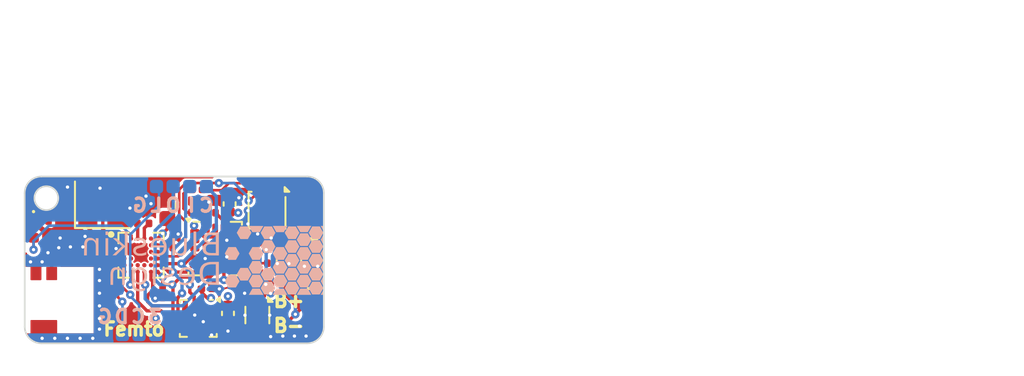
<source format=kicad_pcb>
(kicad_pcb (version 20221018) (generator pcbnew)
  (layers (0 "F.Cu" signal) (1 "In1.Cu" power) (2 "In2.Cu" power) (31 "B.Cu" signal) (34 "B.Paste" user) (35 "F.Paste" user) (36 "B.SilkS" user "B.Silkscreen") (37 "F.SilkS" user "F.Silkscreen") (38 "B.Mask" user) (39 "F.Mask" user) (44 "Edge.Cuts" user))
  (net 0 "")
  (net 1 "+3V3")
  (net 2 "GND")
  (net 3 "Net-(U1-DEC1)")
  (net 4 "Net-(U1-DEC2)")
  (net 5 "Net-(C11-Pad1)")
  (net 6 "Net-(U1-DEC4)")
  (net 7 "/SWDCLK")
  (net 8 "/SWDIO")
  (net 9 "Net-(U1-ANT)")
  (net 10 "Net-(Y2-Feed)")
  (net 13 "/XTAL_P")
  (net 14 "/XTAL_N")
  (net 15 "Net-(D1-K)")
  (net 16 "/SDA")
  (net 17 "/SDO")
  (net 18 "/SCL")
  (net 19 "/~{LPS22_CS}")
  (net 20 "/~{LIS3DH_CS}")
  (net 24 "/LIS3DH_INT")
  (net 25 "VBAT")
  (net 33 "Net-(J2-Pin_1)")
  (net 34 "/DEPLOY_1")
  (net 36 "Net-(U3-ADC3)")
  (net 37 "/LED")
  (net 38 "/Ignitor-")
  (net 39 "Net-(U3-ADC1)")
  (footprint "Footprints:Edge_Pads_1x2_P1.5" (layer "F.Cu") (at 146.3 130.4 -90)
    (fp_text reference "J4" hide)
    (fp_text value "Battery")
  )
  (footprint "Capacitor_SMD:C_0201_0603Metric" (layer "F.Cu") (at 139 123.95 90)
    (fp_text reference "C6" hide)
    (fp_text value "100n")
  )
  (footprint "Package_SON:Texas_DQK" (layer "F.Cu") (at 143.55 124.125 -90)
    (fp_text reference "U5" hide)
    (fp_text value "CSD17313Q2")
  )
  (footprint "Capacitor_SMD:C_0201_0603Metric" (layer "F.Cu") (at 135.75 124.6 90)
    (fp_text reference "C2" hide)
    (fp_text value "100p")
  )
  (footprint "Crystal:Crystal_SMD_2520-4Pin_2.5x2.0mm" (layer "F.Cu") (at 133.643 123.8)
    (fp_text reference "Y1" hide)
    (fp_text value "32MHz")
  )
  (footprint "Capacitor_SMD:C_0201_0603Metric" (layer "F.Cu") (at 142.968 131.65)
    (fp_text reference "C15" hide)
    (fp_text value "1u")
  )
  (footprint "Resistor_SMD:R_0805_2012Metric" (layer "F.Cu") (at 144.868 127.342 90)
    (fp_text reference "R1" hide)
    (fp_text value "1R")
  )
  (footprint "Footprints:Edge_Pads_1x2_P1.5" (layer "F.Cu") (at 146.3 127.4 -90)
    (fp_text reference "J3" hide)
    (fp_text value "Capacitor")
  )
  (footprint "Resistor_SMD:R_0201_0603Metric" (layer "F.Cu") (at 142.668 127.834 -90)
    (fp_text reference "R3" hide)
    (fp_text value "100k")
  )
  (footprint "Capacitor_SMD:C_0201_0603Metric" (layer "F.Cu") (at 135.768 123.2 -90)
    (fp_text reference "C8" hide)
    (fp_text value "12p")
  )
  (footprint "Capacitor_SMD:C_0402_1005Metric" (layer "F.Cu") (at 141.2 130.336 -90)
    (fp_text reference "C10" hide)
    (fp_text value "4u7")
  )
  (footprint "Capacitor_SMD:C_0603_1608Metric" (layer "F.Cu") (at 137.55 123.85 90)
    (fp_text reference "C3" hide)
    (fp_text value "10u")
  )
  (footprint "Capacitor_SMD:C_0201_0603Metric" (layer "F.Cu") (at 142.95 129.2 180)
    (fp_text reference "C16" hide)
    (fp_text value "1u")
  )
  (footprint "Capacitor_SMD:C_0201_0603Metric" (layer "F.Cu") (at 136.45 124.6 90)
    (fp_text reference "C17" hide)
    (fp_text value "1u")
  )
  (footprint "Capacitor_SMD:C_0201_0603Metric" (layer "F.Cu") (at 143.568 127.634 -90)
    (fp_text reference "C4" hide)
    (fp_text value "100n")
  )
  (footprint "Package_LGA:LGA-16_3x3mm_P0.5mm_LayoutBorder3x5y" (layer "F.Cu") (at 140.43 126.434)
    (fp_text reference "U3" hide)
    (fp_text value "LIS3DH")
  )
  (footprint "Footprints:Antenna_Chip_Pulse_Larsen_W3008" (layer "F.Cu") (at 130.118 129.534 90)
    (fp_text reference "Y2" hide)
    (fp_text value "~" hide)
  )
  (footprint "Capacitor_SMD:C_0201_0603Metric" (layer "F.Cu") (at 140.45 123.959 90)
    (fp_text reference "C13" hide)
    (fp_text value "100n")
  )
  (footprint "Footprints:WLCSP-33_2.486x2.464mm" (layer "F.Cu") (at 135.968 126.834)
    (fp_text reference "U1" hide)
    (fp_text value "NRF52810-CAAA")
  )
  (footprint "Resistor_SMD:R_0201_0603Metric" (layer "F.Cu") (at 142.668 126.4 -90)
    (fp_text reference "R2" hide)
    (fp_text value "200k")
  )
  (footprint "Capacitor_SMD:C_0201_0603Metric" (layer "F.Cu") (at 133.568 126.334)
    (fp_text reference "C11" hide)
    (fp_text value "1p2")
  )
  (footprint "LED_SMD:LED_0402_1005Metric" (layer "F.Cu") (at 129.5 125.3 -90)
    (fp_text reference "D1" hide)
    (fp_text value "LED")
  )
  (footprint "Capacitor_SMD:C_0402_1005Metric" (layer "F.Cu") (at 141.3 123.75 90)
    (fp_text reference "C14" hide)
    (fp_text value "4u7")
  )
  (footprint "Footprints:Edge_Pads_1x2_P1.5" (layer "F.Cu") (at 146.3 124.3 90)
    (fp_text reference "J2" hide)
    (fp_text value "Ignitor")
  )
  (footprint "Resistor_SMD:R_0201_0603Metric" (layer "F.Cu") (at 139.35 122.9 180)
    (fp_text reference "R5" hide)
    (fp_text value "200k")
  )
  (footprint "Inductor_SMD:L_0201_0603Metric" (layer "F.Cu") (at 133.568 127.034)
    (fp_text reference "L1" hide)
    (fp_text value "2n3")
  )
  (footprint "Capacitor_SMD:C_0201_0603Metric" (layer "F.Cu") (at 137.268 129.054 -90)
    (fp_text reference "C5" hide)
    (fp_text value "100n")
  )
  (footprint "Resistor_SMD:R_0201_0603Metric" (layer "F.Cu") (at 139.7 123.95 90)
    (fp_text reference "R6" hide)
    (fp_text value "100k")
  )
  (footprint "Package_DFN_QFN:OnSemi_XDFN4-1EP_1.0x1.0mm_EP0.52x0.52mm" (layer "F.Cu") (at 142.968 130.434 -90)
    (fp_text reference "U4" hide)
    (fp_text value "~")
  )
  (footprint "Capacitor_SMD:C_0201_0603Metric" (layer "F.Cu") (at 131.543 123.434 90)
    (fp_text reference "C7" hide)
    (fp_text value "12p")
  )
  (footprint "Inductor_SMD:L_0201_0603Metric" (layer "F.Cu") (at 132.168 127.034)
    (fp_text reference "L2" hide)
    (fp_text value "3n2")
  )
  (footprint "Capacitor_SMD:C_0201_0603Metric" (layer "F.Cu") (at 137.868 126.05 90)
    (fp_text reference "C1" hide)
    (fp_text value "100n")
  )
  (footprint "Resistor_SMD:R_0201_0603Metric" (layer "F.Cu") (at 130.4 125.1 -90)
    (fp_text reference "R4" hide)
    (fp_text value "10k")
  )
  (footprint "Capacitor_SMD:C_0201_0603Metric" (layer "F.Cu") (at 139.9215 128.858)
    (fp_text reference "C12" hide)
    (fp_text value "100n")
  )
  (footprint "Package_LGA:ST_HLGA-10_2x2mm_P0.5mm_LayoutBorder3x2y" (layer "F.Cu") (at 139.4135 130.636 -90)
    (fp_text reference "U2" hide)
    (fp_text value "LPS22HB")
  )
  (footprint "Footprints:Edge_Pads_1x4_P1.0" (layer "B.Cu") (at 135.35 131.406 180)
    (fp_text reference "J1" hide)
    (fp_text value "Programming")
  )
  (footprint "Footprints:Edge_Pads_1x5_P1.0" (layer "B.Cu") (at 137.9 122.7 180)
    (fp_text reference "J5" hide)
    (fp_text value "Debug")
  )
  (gr_poly (pts (xy 141.195058 126.393021) (xy 141.171081 126.441644) (xy 141.132349 126.507122) (xy 141.093617 126.572599) (xy 141.023048 126.703703) (xy 141.01392 126.716668) (xy 141.004793 126.729632) (xy 141.01392 126.742597) (xy 141.023048 126.755562) (xy 141.058333 126.821114) (xy 141.093617 126.886666) (xy 141.132349 126.952144) (xy 141.171081 127.017621) (xy 141.195058 127.066243) (xy 141.219035 127.114866) (xy 141.673202 127.114866) (xy 141.691555 127.087085) (xy 141.709909 127.059304) (xy 141.759046 126.969174) (xy 141.808182 126.879044) (xy 141.829796 126.846936) (xy 141.85141 126.814829) (xy 141.872254 126.772231) (xy 141.893099 126.729633) (xy 141.872254 126.687035) (xy 141.85141 126.644437) (xy 141.829796 126.612329) (xy 141.808182 126.580222) (xy 141.759046 126.490092) (xy 141.709909 126.399962) (xy 141.691555 126.372181) (xy 141.673202 126.344399) (xy 141.219035 126.344399)) (fill solid) (layer "B.SilkS"))
  (gr_poly (pts (xy 141.187404 128.072392) (xy 141.155653 128.133511) (xy 141.116125 128.20389) (xy 141.076597 128.27427) (xy 141.044361 128.329832) (xy 141.012125 128.385395) (xy 141.009904 128.39374) (xy 141.007684 128.402085) (xy 141.029387 128.434486) (xy 141.051091 128.466886) (xy 141.088483 128.537996) (xy 141.125875 128.609106) (xy 141.144128 128.636003) (xy 141.162381 128.6629) (xy 141.190968 128.718584) (xy 141.219555 128.774268) (xy 141.446697 128.774296) (xy 141.673839 128.774325) (xy 141.702892 128.728022) (xy 141.702896 128.72803) (xy 141.731949 128.681728) (xy 141.759975 128.629869) (xy 141.788002 128.578011) (xy 141.80354 128.552082) (xy 141.819079 128.526153) (xy 141.826765 128.51808) (xy 141.83445 128.510008) (xy 141.893603 128.39592) (xy 141.865073 128.340498) (xy 141.836543 128.285075) (xy 141.817726 128.257447) (xy 141.798909 128.22982) (xy 141.754427 128.148328) (xy 141.709945 128.066836) (xy 141.692465 128.039055) (xy 141.674985 128.011274) (xy 141.219156 128.011274)) (fill solid) (layer "B.SilkS"))
  (gr_poly (pts (xy 140.358339 125.464827) (xy 140.063858 125.468152) (xy 140.013884 125.479903) (xy 139.963909 125.491654) (xy 139.916106 125.514468) (xy 139.868303 125.537282) (xy 139.827353 125.574708) (xy 139.786403 125.612134) (xy 139.737891 125.710723) (xy 139.737891 125.903603) (xy 139.75708 125.944349) (xy 139.776269 125.985095) (xy 139.796755 126.009317) (xy 139.817241 126.03354) (xy 139.850151 126.052826) (xy 139.883061 126.072113) (xy 139.96635 126.097883) (xy 139.91615 126.114588) (xy 139.86595 126.131294) (xy 139.820442 126.162397) (xy 139.774934 126.1935) (xy 139.747099 126.230056) (xy 139.719265 126.266612) (xy 139.703621 126.307357) (xy 139.687977 126.348103) (xy 139.680058 126.40611) (xy 139.672141 126.464117) (xy 139.680057 126.517236) (xy 139.687972 126.570353) (xy 139.703618 126.611099) (xy 139.719265 126.651845) (xy 139.747099 126.688401) (xy 139.774934 126.724957) (xy 139.820567 126.756146) (xy 139.866201 126.787335) (xy 139.909467 126.803619) (xy 139.952734 126.819904) (xy 140.000888 126.831028) (xy 140.049042 126.842151) (xy 140.350931 126.846054) (xy 140.652821 126.849957) (xy 140.652821 126.180196) (xy 140.467624 126.180196) (xy 140.467624 126.7) (xy 140.174995 126.69972) (xy 140.112024 126.693063) (xy 140.112013 126.693079) (xy 140.049042 126.686421) (xy 139.964014 126.654547) (xy 139.931193 126.621726) (xy 139.898372 126.588906) (xy 139.884807 126.549996) (xy 139.871242 126.511087) (xy 139.871494 126.433299) (xy 139.871746 126.355512) (xy 139.906269 126.278064) (xy 139.937517 126.249261) (xy 139.968764 126.220458) (xy 140.012613 126.203102) (xy 140.056462 126.185746) (xy 140.262043 126.182971) (xy 140.467624 126.180196) (xy 140.652821 126.180196) (xy 140.652821 125.610983) (xy 140.467613 125.610983) (xy 140.467613 126.033258) (xy 140.127559 126.033258) (xy 140.0883 126.024919) (xy 140.049042 126.016589) (xy 140.015037 125.999466) (xy 139.981033 125.982342) (xy 139.958407 125.956573) (xy 139.935781 125.930803) (xy 139.925854 125.902386) (xy 139.915928 125.87397) (xy 139.916247 125.818407) (xy 139.916567 125.762845) (xy 139.932512 125.732215) (xy 139.948457 125.701586) (xy 139.972426 125.677617) (xy 139.996395 125.653647) (xy 140.028857 125.639732) (xy 140.061319 125.625818) (xy 140.125559 125.618457) (xy 140.1898 125.611095) (xy 140.467613 125.610983) (xy 140.652821 125.610983) (xy 140.652821 125.461503)) (fill solid) (layer "B.SilkS"))
  (gr_poly (pts (xy 145.776287 128.84132) (xy 145.553433 128.841634) (xy 145.535732 128.869101) (xy 145.518031 128.896569) (xy 145.47349 128.978061) (xy 145.42895 129.059552) (xy 145.404144 129.096495) (xy 145.379337 129.133438) (xy 145.379337 129.144096) (xy 145.357304 129.181464) (xy 145.335271 129.218832) (xy 146.217843 129.218832) (xy 146.202868 129.194755) (xy 146.187893 129.170678) (xy 146.158839 129.11882) (xy 146.129784 129.066961) (xy 146.086585 128.989174) (xy 146.043386 128.911386) (xy 146.021264 128.876196) (xy 145.999142 128.841007)) (fill solid) (layer "B.SilkS"))
  (gr_poly (pts (xy 145.777387 125.514979) (xy 145.553435 125.515293) (xy 145.535734 125.542761) (xy 145.518033 125.570228) (xy 145.473596 125.65172) (xy 145.429159 125.733212) (xy 145.405749 125.770253) (xy 145.382339 125.807295) (xy 145.364712 125.840633) (xy 145.347086 125.87397) (xy 145.339995 125.885669) (xy 145.332905 125.897369) (xy 145.363532 125.954498) (xy 145.394158 126.011627) (xy 145.408441 126.031699) (xy 145.422724 126.05177) (xy 145.45997 126.118445) (xy 145.497216 126.18512) (xy 145.525326 126.231261) (xy 145.553435 126.277401) (xy 145.77629 126.277569) (xy 145.999144 126.277737) (xy 146.021235 126.242548) (xy 146.021235 126.242534) (xy 146.043326 126.207345) (xy 146.094241 126.118445) (xy 146.145157 126.029545) (xy 146.156062 126.00732) (xy 146.166967 125.985095) (xy 146.192504 125.946111) (xy 146.218042 125.907126) (xy 146.213546 125.889214) (xy 146.20905 125.871302) (xy 146.199248 125.8615) (xy 146.189446 125.851698) (xy 146.155397 125.78875) (xy 146.121347 125.725803) (xy 146.076622 125.648016) (xy 146.031897 125.570228) (xy 146.016618 125.542447) (xy 146.001338 125.514666)) (fill solid) (layer "B.SilkS"))
  (gr_poly (pts (xy 144.047494 128.941019) (xy 144.019878 128.992877) (xy 143.992262 129.044735) (xy 143.968219 129.081777) (xy 143.944175 129.118819) (xy 143.917811 129.168825) (xy 143.891447 129.218831) (xy 144.772728 129.218831) (xy 144.767372 129.209572) (xy 144.762016 129.200311) (xy 144.749415 129.18179) (xy 144.736813 129.16327) (xy 144.690464 129.07437) (xy 144.644115 128.98547) (xy 144.634362 128.974282) (xy 144.624608 128.963095) (xy 144.594054 128.902051) (xy 144.563501 128.841007) (xy 144.105758 128.841007)) (fill solid) (layer "B.SilkS"))
  (gr_poly (pts (xy 136.681954 127.381566) (xy 136.844937 127.381566) (xy 136.844937 127.174132) (xy 136.681954 127.174132)) (fill solid) (layer "B.SilkS"))
  (gr_poly (pts (xy 146.258295 125.123876) (xy 146.245508 125.147953) (xy 146.217642 125.196107) (xy 146.189775 125.244262) (xy 146.142584 125.329457) (xy 146.095393 125.414653) (xy 146.074445 125.447409) (xy 146.053497 125.480164) (xy 146.053497 125.4899) (xy 146.074437 125.522656) (xy 146.095378 125.555412) (xy 146.154077 125.659073) (xy 146.212776 125.762734) (xy 146.227703 125.788718) (xy 146.24263 125.814703) (xy 146.257336 125.838734) (xy 146.272043 125.862764) (xy 146.49924 125.86282) (xy 146.726436 125.862876) (xy 146.757411 125.809147) (xy 146.788386 125.755437) (xy 146.833956 125.674606) (xy 146.879526 125.593775) (xy 146.908976 125.53935) (xy 146.938425 125.484924) (xy 146.91007 125.431268) (xy 146.881715 125.377612) (xy 146.85585 125.333162) (xy 146.829985 125.288712) (xy 146.794645 125.222037) (xy 146.759305 125.155362) (xy 146.742748 125.12758) (xy 146.726192 125.099799) (xy 146.271083 125.099799)) (fill solid) (layer "B.SilkS"))
  (gr_poly (pts (xy 136.683755 128.098322) (xy 136.685656 128.615053) (xy 136.765296 128.617156) (xy 136.844935 128.619259) (xy 136.844938 128.100425) (xy 136.844938 127.581591) (xy 136.681854 127.581591)) (fill solid) (layer "B.SilkS"))
  (gr_poly (pts (xy 146.95433 128.89657) (xy 146.935447 128.931467) (xy 146.916565 128.966363) (xy 146.879523 129.034025) (xy 146.842482 129.101687) (xy 146.808003 129.16026) (xy 146.773524 129.218832) (xy 146.972128 129.218832) (xy 146.971904 129.042884) (xy 146.971677 128.866936)) (fill solid) (layer "B.SilkS"))
  (gr_poly (pts (xy 142.660479 128.026781) (xy 142.625697 128.087555) (xy 142.590914 128.148328) (xy 142.585922 128.152033) (xy 142.58093 128.155737) (xy 142.562046 128.193185) (xy 142.543161 128.230634) (xy 142.49528 128.313016) (xy 142.447398 128.395398) (xy 142.505506 128.497817) (xy 142.563614 128.600237) (xy 142.592739 128.644686) (xy 142.626609 128.702314) (xy 142.660479 128.759942) (xy 142.660479 128.774332) (xy 143.120261 128.774332) (xy 143.124934 128.761367) (xy 143.129608 128.748403) (xy 143.171004 128.679462) (xy 143.2124 128.610521) (xy 143.223597 128.590562) (xy 143.234794 128.570603) (xy 143.335145 128.396131) (xy 143.276217 128.29075) (xy 143.217289 128.18537) (xy 143.190947 128.143222) (xy 143.164605 128.101075) (xy 143.141069 128.056175) (xy 143.117533 128.011274) (xy 142.660479 128.011274)) (fill solid) (layer "B.SilkS"))
  (gr_poly (pts (xy 140.380565 127.23538) (xy 140.108309 127.238974) (xy 140.037929 127.251326) (xy 139.96755 127.263678) (xy 139.889763 127.289691) (xy 139.811975 127.315704) (xy 139.763832 127.342619) (xy 139.715688 127.369534) (xy 139.65991 127.425556) (xy 139.604131 127.481578) (xy 139.569126 127.551958) (xy 139.534121 127.622337) (xy 139.523169 127.665951) (xy 139.512217 127.709566) (xy 139.503722 127.773372) (xy 139.495228 127.837179) (xy 139.499368 127.966825) (xy 139.503507 128.09647) (xy 139.514577 128.145683) (xy 139.525647 128.194896) (xy 139.545658 128.245695) (xy 139.565669 128.296496) (xy 139.604855 128.355762) (xy 139.64404 128.415029) (xy 139.690426 128.45359) (xy 139.736812 128.492151) (xy 139.778796 128.514528) (xy 139.82078 128.536906) (xy 139.897869 128.562557) (xy 139.974958 128.588207) (xy 140.052745 128.600134) (xy 140.130533 128.612061) (xy 140.391677 128.616525) (xy 140.65282 128.620988) (xy 140.652821 127.926386) (xy 140.652821 127.381575) (xy 140.467614 127.381575) (xy 140.467614 128.464613) (xy 140.269441 128.461317) (xy 140.071268 128.458022) (xy 140.015825 128.441571) (xy 139.960384 128.425129) (xy 139.908427 128.397854) (xy 139.85647 128.370578) (xy 139.815701 128.329736) (xy 139.774934 128.288894) (xy 139.75158 128.24454) (xy 139.728227 128.200186) (xy 139.713219 128.151122) (xy 139.69821 128.102057) (xy 139.689266 128.02518) (xy 139.680321 127.948303) (xy 139.684888 127.873523) (xy 139.689456 127.798744) (xy 139.700849 127.743878) (xy 139.712243 127.689011) (xy 139.741713 127.62723) (xy 139.771183 127.565449) (xy 139.817509 127.519218) (xy 139.863835 127.472988) (xy 139.919397 127.445909) (xy 139.97496 127.41883) (xy 140.01941 127.407502) (xy 140.06386 127.396173) (xy 140.12683 127.38893) (xy 140.189801 127.381687) (xy 140.467614 127.381575) (xy 140.652821 127.381575) (xy 140.652821 127.231785)) (fill solid) (layer "B.SilkS"))
  (gr_poly (pts (xy 146.931231 127.281553) (xy 146.890541 127.355637) (xy 146.852858 127.429108) (xy 146.815175 127.502579) (xy 146.797343 127.530825) (xy 146.779512 127.559071) (xy 146.779512 127.57672) (xy 146.789752 127.588416) (xy 146.799992 127.600112) (xy 146.853731 127.703828) (xy 146.90747 127.807545) (xy 146.912919 127.811249) (xy 146.918368 127.814954) (xy 146.944884 127.866812) (xy 146.9714 127.91867) (xy 146.971661 127.56307) (xy 146.971921 127.20747)) (fill solid) (layer "B.SilkS"))
  (gr_poly (pts (xy 135.714546 125.794898) (xy 135.651886 125.809807) (xy 135.589225 125.824717) (xy 135.568852 125.832493) (xy 135.548479 125.840269) (xy 135.548479 125.988802) (xy 135.561505 125.988802) (xy 135.601295 125.970596) (xy 135.641083 125.95239) (xy 135.692942 125.939727) (xy 135.7448 125.927065) (xy 135.852221 125.926572) (xy 135.959641 125.926079) (xy 135.999211 125.93974) (xy 136.03878 125.9534) (xy 136.064411 125.975905) (xy 136.090044 125.998409) (xy 136.100778 126.019167) (xy 136.111512 126.039924) (xy 136.111512 126.115479) (xy 136.100408 126.136953) (xy 136.089303 126.158428) (xy 136.040127 126.195936) (xy 135.970251 126.217705) (xy 135.900375 126.239473) (xy 135.804067 126.262313) (xy 135.707759 126.285154) (xy 135.647769 126.314578) (xy 135.587777 126.344001) (xy 135.558016 126.376288) (xy 135.528255 126.408576) (xy 135.511678 126.452424) (xy 135.495102 126.496272) (xy 135.494933 126.559243) (xy 135.494765 126.622214) (xy 135.511403 126.666664) (xy 135.528042 126.711114) (xy 135.573439 126.755564) (xy 135.618837 126.800014) (xy 135.659583 126.820153) (xy 135.700329 126.840291) (xy 135.744778 126.852296) (xy 135.789228 126.864302) (xy 135.896649 126.866712) (xy 136.00407 126.869123) (xy 136.026295 126.866009) (xy 136.026316 126.866013) (xy 136.048541 126.862899) (xy 136.092991 126.855079) (xy 136.137441 126.84726) (xy 136.281903 126.80902) (xy 136.281903 126.640738) (xy 136.276583 126.640738) (xy 136.220345 126.666722) (xy 136.164107 126.692705) (xy 136.084099 126.712176) (xy 136.004091 126.731647) (xy 135.918895 126.732104) (xy 135.833699 126.73256) (xy 135.792487 126.720181) (xy 135.751275 126.707803) (xy 135.725988 126.690762) (xy 135.7007 126.673721) (xy 135.684478 126.649647) (xy 135.668254 126.625574) (xy 135.66316 126.595419) (xy 135.658065 126.565264) (xy 135.667484 126.531626) (xy 135.676902 126.497989) (xy 135.725186 126.449705) (xy 135.863332 126.404373) (xy 135.970752 126.377923) (xy 136.078173 126.351474) (xy 136.124288 126.329894) (xy 136.170403 126.308314) (xy 136.203476 126.274285) (xy 136.236548 126.240256) (xy 136.252906 126.197873) (xy 136.269263 126.15549) (xy 136.269913 126.029548) (xy 136.261298 125.999915) (xy 136.252683 125.970282) (xy 136.2284 125.92995) (xy 136.204118 125.889618) (xy 136.157743 125.857994) (xy 136.111368 125.826369) (xy 136.011501 125.795487) (xy 135.944687 125.789149) (xy 135.877873 125.782812)) (fill solid) (layer "B.SilkS"))
  (gr_poly (pts (xy 137.393134 127.567385) (xy 137.285731 127.595101) (xy 137.265358 127.602979) (xy 137.244986 127.610858) (xy 137.244986 127.760976) (xy 137.25795 127.755473) (xy 137.270914 127.74997) (xy 137.330181 127.729123) (xy 137.389448 127.708276) (xy 137.437602 127.700552) (xy 137.485756 127.692828) (xy 137.549218 127.692772) (xy 137.61268 127.692716) (xy 137.656404 127.700798) (xy 137.700128 127.708881) (xy 137.726292 127.722345) (xy 137.752456 127.735809) (xy 137.772358 127.75686) (xy 137.79226 127.777911) (xy 137.808018 127.819622) (xy 137.808018 127.890549) (xy 137.79135 127.915722) (xy 137.774681 127.940895) (xy 137.726527 127.964697) (xy 137.678373 127.988499) (xy 137.556135 128.018053) (xy 137.433898 128.047606) (xy 137.390045 128.06281) (xy 137.346193 128.078014) (xy 137.310973 128.100615) (xy 137.275752 128.123216) (xy 137.246569 128.154876) (xy 137.217385 128.186537) (xy 137.203848 128.226699) (xy 137.19031 128.266862) (xy 137.19063 128.329833) (xy 137.190949 128.392803) (xy 137.203992 128.429845) (xy 137.217035 128.466887) (xy 137.238123 128.49572) (xy 137.259211 128.524554) (xy 137.302108 128.556711) (xy 137.345006 128.588868) (xy 137.396864 128.607324) (xy 137.448722 128.625779) (xy 137.506673 128.633381) (xy 137.564623 128.640983) (xy 137.625206 128.640218) (xy 137.685788 128.639454) (xy 137.757662 128.629652) (xy 137.757658 128.629654) (xy 137.829533 128.619852) (xy 137.8836 128.605014) (xy 137.937667 128.590176) (xy 137.95804 128.582425) (xy 137.978412 128.574674) (xy 137.978412 128.411324) (xy 137.973053 128.411324) (xy 137.925421 128.432922) (xy 137.877788 128.454519) (xy 137.748504 128.492) (xy 137.676063 128.500422) (xy 137.603623 128.508843) (xy 137.545645 128.500779) (xy 137.487667 128.492715) (xy 137.453375 128.477569) (xy 137.419082 128.462423) (xy 137.395768 128.439864) (xy 137.372454 128.417305) (xy 137.363399 128.384964) (xy 137.354345 128.352623) (xy 137.359306 128.319546) (xy 137.364266 128.286468) (xy 137.380562 128.261848) (xy 137.396858 128.237228) (xy 137.437603 128.216909) (xy 137.478349 128.19659) (xy 137.619107 128.160147) (xy 137.759865 128.123704) (xy 137.804315 128.106706) (xy 137.848765 128.089708) (xy 137.893285 128.044935) (xy 137.937805 128.000162) (xy 137.952211 127.959416) (xy 137.966618 127.91867) (xy 137.965898 127.855699) (xy 137.965187 127.792728) (xy 137.953049 127.759391) (xy 137.940909 127.726053) (xy 137.917062 127.690629) (xy 137.893214 127.655203) (xy 137.855754 127.629266) (xy 137.818295 127.603329) (xy 137.765826 127.585082) (xy 137.713357 127.566835) (xy 137.641831 127.559418) (xy 137.570306 127.552001)) (fill solid) (layer "B.SilkS"))
  (gr_poly (pts (xy 146.931412 125.614678) (xy 146.89093 125.688762) (xy 146.849127 125.770253) (xy 146.807325 125.851745) (xy 146.793419 125.871409) (xy 146.779513 125.891074) (xy 146.779513 125.908724) (xy 146.793425 125.928389) (xy 146.807337 125.948053) (xy 146.857275 126.044361) (xy 146.907214 126.14067) (xy 146.916607 126.151782) (xy 146.926 126.162895) (xy 146.948709 126.207345) (xy 146.971417 126.251795) (xy 146.971657 125.896195) (xy 146.971895 125.540595)) (fill solid) (layer "B.SilkS"))
  (gr_poly (pts (xy 146.258296 125.95361) (xy 146.245508 125.977687) (xy 146.217642 126.025841) (xy 146.189775 126.073995) (xy 146.142585 126.159191) (xy 146.095394 126.244387) (xy 146.074445 126.277142) (xy 146.053497 126.309898) (xy 146.053497 126.319634) (xy 146.074438 126.35239) (xy 146.095378 126.385145) (xy 146.154077 126.488806) (xy 146.212777 126.592467) (xy 146.227703 126.618452) (xy 146.24263 126.644437) (xy 146.257337 126.668467) (xy 146.272043 126.692497) (xy 146.49924 126.692553) (xy 146.726436 126.692609) (xy 146.757411 126.638899) (xy 146.757412 126.63888) (xy 146.788386 126.58517) (xy 146.833957 126.504339) (xy 146.879527 126.423509) (xy 146.908976 126.369083) (xy 146.938425 126.314657) (xy 146.91007 126.261001) (xy 146.881715 126.207345) (xy 146.85585 126.162895) (xy 146.829985 126.118445) (xy 146.794645 126.05177) (xy 146.759305 125.985095) (xy 146.742748 125.957314) (xy 146.726192 125.929532) (xy 146.271083 125.929532)) (fill solid) (layer "B.SilkS"))
  (gr_poly (pts (xy 142.451365 125.076784) (xy 142.505443 125.171634) (xy 142.55952 125.266484) (xy 142.602219 125.335572) (xy 142.644919 125.40466) (xy 142.654508 125.426324) (xy 142.664097 125.447988) (xy 143.120262 125.447988) (xy 143.124901 125.435026) (xy 143.129539 125.422062) (xy 143.159645 125.370203) (xy 143.189751 125.318345) (xy 143.210337 125.289452) (xy 143.230923 125.260559) (xy 143.230923 125.24989) (xy 143.282066 125.16188) (xy 143.33321 125.07387) (xy 142.895657 125.071957) (xy 142.458105 125.070045)) (fill solid) (layer "B.SilkS"))
  (gr_poly (pts (xy 145.776589 128.011587) (xy 145.553433 128.011901) (xy 145.535732 128.039368) (xy 145.518031 128.066836) (xy 145.473552 128.148328) (xy 145.429073 128.229819) (xy 145.409271 128.259453) (xy 145.389469 128.289086) (xy 145.368825 128.329299) (xy 145.348181 128.369512) (xy 145.340598 128.381655) (xy 145.333015 128.393798) (xy 145.359845 128.444358) (xy 145.386676 128.494918) (xy 145.393777 128.503473) (xy 145.400877 128.512028) (xy 145.449065 128.596878) (xy 145.497254 128.681728) (xy 145.525343 128.727868) (xy 145.553433 128.774009) (xy 145.777385 128.774177) (xy 146.001336 128.774345) (xy 146.016498 128.746563) (xy 146.016498 128.746551) (xy 146.031661 128.718769) (xy 146.084042 128.629869) (xy 146.136422 128.540969) (xy 146.18856 128.444819) (xy 146.202519 128.427072) (xy 146.216479 128.409325) (xy 146.216479 128.38423) (xy 146.195411 128.351475) (xy 146.174344 128.318719) (xy 146.110741 128.20389) (xy 146.047139 128.089061) (xy 146.023442 128.050167) (xy 145.999744 128.011273)) (fill solid) (layer "B.SilkS"))
  (gr_poly (pts (xy 133.829748 125.618382) (xy 133.992731 125.618382) (xy 133.992731 125.403541) (xy 133.829748 125.403541)) (fill solid) (layer "B.SilkS"))
  (gr_poly (pts (xy 145.058409 127.596461) (xy 144.834825 127.596517) (xy 144.81921 127.620544) (xy 144.803595 127.64457) (xy 144.788586 127.670499) (xy 144.773578 127.696428) (xy 144.742035 127.755695) (xy 144.710492 127.814962) (xy 144.690479 127.844595) (xy 144.670466 127.874228) (xy 144.615272 127.980075) (xy 144.638817 128.027164) (xy 144.662363 128.074253) (xy 144.678624 128.096478) (xy 144.694885 128.118703) (xy 144.714005 128.152041) (xy 144.733125 128.185378) (xy 144.756209 128.228172) (xy 144.779294 128.270965) (xy 144.834825 128.358987) (xy 145.058539 128.359239) (xy 145.282253 128.359491) (xy 145.31735 128.294668) (xy 145.31735 128.294641) (xy 145.352447 128.229818) (xy 145.357688 128.226114) (xy 145.362928 128.22241) (xy 145.42038 128.118693) (xy 145.477832 128.014976) (xy 145.48873 128.00231) (xy 145.499627 127.989644) (xy 145.490441 127.953041) (xy 145.480349 127.94295) (xy 145.470257 127.932858) (xy 145.420082 127.840567) (xy 145.369907 127.748276) (xy 145.357306 127.729756) (xy 145.344704 127.711235) (xy 145.313348 127.65382) (xy 145.281992 127.596405)) (fill solid) (layer "B.SilkS"))
  (gr_poly (pts (xy 144.08823 127.213025) (xy 144.069948 127.24451) (xy 143.985473 127.404751) (xy 143.969353 127.428679) (xy 143.953234 127.452606) (xy 143.924319 127.509078) (xy 143.895403 127.56555) (xy 143.908766 127.593943) (xy 143.922129 127.622336) (xy 143.962311 127.688495) (xy 144.002493 127.754654) (xy 144.0213 127.792212) (xy 144.040108 127.829769) (xy 144.074019 127.887184) (xy 144.107931 127.944598) (xy 144.563135 127.944598) (xy 144.593954 127.887183) (xy 144.624775 127.829768) (xy 144.649232 127.792726) (xy 144.673689 127.755685) (xy 144.719387 127.674193) (xy 144.765084 127.592701) (xy 144.773625 127.580312) (xy 144.782165 127.567923) (xy 144.773203 127.550679) (xy 144.764241 127.533435) (xy 144.743427 127.500098) (xy 144.722613 127.46676) (xy 144.688292 127.402745) (xy 144.653971 127.33873) (xy 144.634417 127.310141) (xy 144.614863 127.281552) (xy 144.589549 127.231546) (xy 144.564235 127.181539) (xy 144.106513 127.181539)) (fill solid) (layer "B.SilkS"))
  (gr_poly (pts (xy 139.126706 126.840757) (xy 139.289689 126.840757) (xy 139.289689 125.403541) (xy 139.126706 125.403541)) (fill solid) (layer "B.SilkS"))
  (gr_poly (pts (xy 142.171532 125.099982) (xy 141.945577 125.100066) (xy 141.910508 125.164755) (xy 141.875439 125.229443) (xy 141.850348 125.270189) (xy 141.825258 125.310935) (xy 141.783369 125.385018) (xy 141.74148 125.459101) (xy 141.73329 125.47072) (xy 141.725101 125.482338) (xy 141.77422 125.564361) (xy 141.823339 125.646385) (xy 141.823339 125.655954) (xy 141.86765 125.725583) (xy 141.911961 125.795212) (xy 141.944825 125.862855) (xy 142.171155 125.862687) (xy 142.397485 125.862519) (xy 142.452274 125.764536) (xy 142.507063 125.666537) (xy 142.527158 125.636903) (xy 142.547252 125.60727) (xy 142.578699 125.549688) (xy 142.610145 125.492107) (xy 142.605607 125.474026) (xy 142.601069 125.455945) (xy 142.574326 125.40937) (xy 142.547584 125.362795) (xy 142.530539 125.336866) (xy 142.513494 125.310937) (xy 142.485123 125.258754) (xy 142.456753 125.206571) (xy 142.427119 125.153234) (xy 142.397486 125.099898)) (fill solid) (layer "B.SilkS"))
  (gr_poly (pts (xy 144.08823 128.042759) (xy 144.069948 128.074245) (xy 144.02771 128.154365) (xy 143.985472 128.234486) (xy 143.969353 128.258413) (xy 143.953234 128.282341) (xy 143.924318 128.338813) (xy 143.895403 128.395284) (xy 143.908766 128.423677) (xy 143.922129 128.45207) (xy 143.96231 128.518229) (xy 144.002492 128.584388) (xy 144.0213 128.621946) (xy 144.040108 128.659503) (xy 144.074019 128.716918) (xy 144.10793 128.774333) (xy 144.563134 128.774333) (xy 144.593954 128.716917) (xy 144.624774 128.659503) (xy 144.649231 128.622461) (xy 144.673689 128.58542) (xy 144.719386 128.503928) (xy 144.765084 128.422436) (xy 144.773624 128.410047) (xy 144.782165 128.397658) (xy 144.773203 128.380414) (xy 144.764241 128.36317) (xy 144.743427 128.329832) (xy 144.722613 128.296495) (xy 144.688292 128.23248) (xy 144.653971 128.168465) (xy 144.634417 128.139876) (xy 144.614863 128.111286) (xy 144.589549 128.06128) (xy 144.564235 128.011274) (xy 144.106513 128.011274)) (fill solid) (layer "B.SilkS"))
  (gr_poly (pts (xy 143.897672 125.07724) (xy 143.920072 125.118641) (xy 143.94247 125.160043) (xy 143.98119 125.225767) (xy 144.01991 125.291492) (xy 144.062762 125.369741) (xy 144.105615 125.447991) (xy 144.563078 125.447991) (xy 144.59804 125.383168) (xy 144.633002 125.318345) (xy 144.638422 125.314641) (xy 144.643843 125.310937) (xy 144.701687 125.207297) (xy 144.759532 125.103656) (xy 144.769398 125.09379) (xy 144.779264 125.083924) (xy 144.779264 125.070166) (xy 143.897672 125.070166)) (fill solid) (layer "B.SilkS"))
  (gr_poly (pts (xy 146.779512 125.078991) (xy 146.793424 125.098655) (xy 146.807336 125.11832) (xy 146.857275 125.214628) (xy 146.907213 125.310937) (xy 146.916606 125.322049) (xy 146.925999 125.333162) (xy 146.948708 125.377612) (xy 146.971416 125.422062) (xy 146.971773 125.246113) (xy 146.972129 125.070166) (xy 146.779512 125.070166)) (fill solid) (layer "B.SilkS"))
  (gr_poly (pts (xy 143.295752 128.585419) (xy 143.279312 128.615052) (xy 143.262872 128.644686) (xy 143.221943 128.715065) (xy 143.181015 128.785444) (xy 143.17576 128.802348) (xy 143.170505 128.819253) (xy 143.194153 128.861615) (xy 143.217801 128.903977) (xy 143.247255 128.952131) (xy 143.27671 129.000285) (xy 143.33047 129.096593) (xy 143.384229 129.192901) (xy 143.610873 129.194862) (xy 143.837517 129.196819) (xy 143.856215 129.159593) (xy 143.874913 129.122367) (xy 143.914994 129.052145) (xy 143.924108 129.041032) (xy 143.933222 129.02992) (xy 143.960919 128.978061) (xy 143.988616 128.926203) (xy 144.053245 128.813622) (xy 144.053245 128.799996) (xy 144.035744 128.774199) (xy 144.018241 128.748402) (xy 143.971429 128.659502) (xy 143.924617 128.570602) (xy 143.9167 128.562551) (xy 143.908783 128.5545) (xy 143.875927 128.49032) (xy 143.843071 128.42614) (xy 143.387707 128.42614)) (fill solid) (layer "B.SilkS"))
  (gr_poly (pts (xy 142.660478 128.856515) (xy 142.62554 128.917288) (xy 142.590602 128.978062) (xy 142.584459 128.98547) (xy 142.578316 128.992879) (xy 142.533432 129.074364) (xy 142.488548 129.155849) (xy 142.470092 129.187341) (xy 142.451637 129.218833) (xy 143.327228 129.218833) (xy 143.327229 129.215257) (xy 143.327229 129.211681) (xy 143.272244 129.113392) (xy 143.217259 129.015103) (xy 143.190931 128.972956) (xy 143.164604 128.930808) (xy 143.141068 128.885908) (xy 143.117531 128.841007) (xy 142.660478 128.841007)) (fill solid) (layer "B.SilkS"))
  (gr_poly (pts (xy 144.781666 126.844463) (xy 144.746111 126.911138) (xy 144.710556 126.977813) (xy 144.690511 127.007446) (xy 144.670466 127.037079) (xy 144.642398 127.090898) (xy 144.61433 127.144717) (xy 144.638674 127.19091) (xy 144.663018 127.237104) (xy 144.687106 127.274146) (xy 144.711193 127.311187) (xy 144.753389 127.388975) (xy 144.795584 127.466762) (xy 144.815205 127.497978) (xy 144.834825 127.529193) (xy 145.05822 127.529473) (xy 145.281615 127.529753) (xy 145.304547 127.489119) (xy 145.304547 127.489099) (xy 145.327479 127.448465) (xy 145.327479 127.439277) (xy 145.349873 127.406095) (xy 145.372267 127.372913) (xy 145.421317 127.282783) (xy 145.470366 127.192653) (xy 145.484118 127.174985) (xy 145.497871 127.157317) (xy 145.497871 127.13168) (xy 145.484118 127.114013) (xy 145.470366 127.096345) (xy 145.370111 126.911137) (xy 145.360787 126.900024) (xy 145.351463 126.888912) (xy 145.317873 126.825941) (xy 145.284283 126.76297) (xy 145.059554 126.761281) (xy 144.834825 126.759593)) (fill solid) (layer "B.SilkS"))
  (gr_poly (pts (xy 135.853808 127.559145) (xy 135.800826 127.566659) (xy 135.762358 127.581276) (xy 135.72389 127.595893) (xy 135.684193 127.622251) (xy 135.644496 127.648608) (xy 135.611297 127.693706) (xy 135.578099 127.738803) (xy 135.578099 127.581597) (xy 135.415116 127.581597) (xy 135.4152 128.09092) (xy 135.415284 128.600243) (xy 135.429798 128.670622) (xy 135.444313 128.741001) (xy 135.470451 128.7939) (xy 135.496588 128.846799) (xy 135.537107 128.887971) (xy 135.577625 128.929142) (xy 135.631764 128.955182) (xy 135.685903 128.981222) (xy 135.733852 128.99224) (xy 135.781802 129.003258) (xy 135.855885 129.006786) (xy 135.929969 129.010314) (xy 135.991309 129.003923) (xy 135.991348 129.003916) (xy 136.052687 128.997525) (xy 136.109882 128.982915) (xy 136.167075 128.968305) (xy 136.187448 128.960402) (xy 136.207821 128.952499) (xy 136.207821 128.797486) (xy 136.158506 128.819846) (xy 136.109192 128.842207) (xy 136.053604 128.856423) (xy 135.998017 128.87064) (xy 135.915857 128.870556) (xy 135.833699 128.870472) (xy 135.796657 128.860577) (xy 135.759616 128.850683) (xy 135.695235 128.817769) (xy 135.663113 128.785647) (xy 135.630992 128.753525) (xy 135.615114 128.722401) (xy 135.599235 128.691277) (xy 135.588803 128.642056) (xy 135.578369 128.592835) (xy 135.578874 128.429851) (xy 135.591384 128.448372) (xy 135.603896 128.466893) (xy 135.639349 128.504861) (xy 135.674802 128.542828) (xy 135.717806 128.565748) (xy 135.760808 128.588669) (xy 135.80436 128.600012) (xy 135.84791 128.611356) (xy 135.962602 128.611356) (xy 136.00186 128.603015) (xy 136.041118 128.594673) (xy 136.092976 128.568663) (xy 136.144835 128.542653) (xy 136.189448 128.497172) (xy 136.234061 128.451691) (xy 136.265618 128.391037) (xy 136.297173 128.330383) (xy 136.312075 128.272696) (xy 136.326976 128.215009) (xy 136.329743 128.160068) (xy 136.163372 128.160068) (xy 136.151578 128.21717) (xy 136.139785 128.274272) (xy 136.100547 128.354413) (xy 136.035392 128.426881) (xy 136.004925 128.442446) (xy 135.974457 128.458011) (xy 135.955936 128.464056) (xy 135.937416 128.470101) (xy 135.859628 128.468152) (xy 135.781841 128.466203) (xy 135.746877 128.450392) (xy 135.746878 128.450392) (xy 135.711915 128.434581) (xy 135.677893 128.399575) (xy 135.643871 128.364569) (xy 135.624693 128.326827) (xy 135.605517 128.289086) (xy 135.595051 128.252045) (xy 135.584585 128.215003) (xy 135.580368 128.114669) (xy 135.57615 128.014335) (xy 135.588802 127.951901) (xy 135.601453 127.889468) (xy 135.619753 127.850786) (xy 135.638051 127.812105) (xy 135.671407 127.775006) (xy 135.704762 127.737908) (xy 135.747006 127.717361) (xy 135.789251 127.696814) (xy 135.867168 127.696618) (xy 135.945085 127.696422) (xy 135.99528 127.72112) (xy 136.045476 127.745818) (xy 136.075912 127.784091) (xy 136.106347 127.822364) (xy 136.12397 127.860559) (xy 136.141593 127.898754) (xy 136.152482 127.955667) (xy 136.163372 128.01258) (xy 136.163372 128.160068) (xy 136.329743 128.160068) (xy 136.331267 128.129814) (xy 136.335559 128.044618) (xy 136.327254 127.977417) (xy 136.31895 127.910217) (xy 136.30071 127.856591) (xy 136.282471 127.802965) (xy 136.258954 127.761861) (xy 136.235437 127.720758) (xy 136.19103 127.673287) (xy 136.146623 127.625816) (xy 136.086462 127.5965) (xy 136.026301 127.567184) (xy 135.966546 127.559408) (xy 135.90679 127.551631)) (fill solid) (layer "B.SilkS"))
  (gr_poly (pts (xy 134.485384 127.557924) (xy 134.411301 127.558064) (xy 134.362002 127.573613) (xy 134.312702 127.589162) (xy 134.269028 127.621314) (xy 134.225352 127.653465) (xy 134.200843 127.691658) (xy 134.176335 127.729851) (xy 134.15819 127.786991) (xy 134.140045 127.844131) (xy 134.12551 128.007574) (xy 134.127646 128.311316) (xy 134.129782 128.615058) (xy 134.208703 128.617152) (xy 134.287625 128.619246) (xy 134.291045 128.265255) (xy 134.294464 127.911264) (xy 134.305556 127.874222) (xy 134.316649 127.837181) (xy 134.327958 127.810473) (xy 134.339266 127.783765) (xy 134.364885 127.758146) (xy 134.390504 127.732527) (xy 134.419422 127.718179) (xy 134.448339 127.703831) (xy 134.618731 127.703831) (xy 134.659477 127.723891) (xy 134.700222 127.743951) (xy 134.736186 127.779453) (xy 134.772151 127.814956) (xy 134.785375 127.840885) (xy 134.798601 127.866814) (xy 134.811866 127.90756) (xy 134.825131 127.948306) (xy 134.82809 128.283533) (xy 134.83105 128.61876) (xy 134.992853 128.61876) (xy 134.992853 128.100177) (xy 134.992855 128.100173) (xy 134.992855 127.581591) (xy 134.829872 127.581591) (xy 134.829872 127.737166) (xy 134.81876 127.736141) (xy 134.782762 127.69152) (xy 134.746765 127.646899) (xy 134.701805 127.617841) (xy 134.656845 127.588782) (xy 134.608156 127.573283) (xy 134.559468 127.557784)) (fill solid) (layer "B.SilkS"))
  (gr_poly (pts (xy 146.931231 128.111286) (xy 146.890541 128.18537) (xy 146.852858 128.258841) (xy 146.815175 128.332312) (xy 146.797344 128.360558) (xy 146.779512 128.388804) (xy 146.779512 128.406453) (xy 146.789752 128.418149) (xy 146.799992 128.429845) (xy 146.853731 128.533561) (xy 146.90747 128.637278) (xy 146.912919 128.640982) (xy 146.918368 128.644686) (xy 146.944884 128.696545) (xy 146.9714 128.748403) (xy 146.971661 128.392803) (xy 146.971921 128.037203)) (fill solid) (layer "B.SilkS"))
  (gr_poly (pts (xy 144.808247 125.972295) (xy 144.781668 126.01473) (xy 144.746113 126.081405) (xy 144.710557 126.148079) (xy 144.690512 126.177713) (xy 144.670468 126.207346) (xy 144.642729 126.260538) (xy 144.614991 126.313729) (xy 144.646416 126.374132) (xy 144.677842 126.434536) (xy 144.686099 126.443178) (xy 144.694356 126.451821) (xy 144.721994 126.498654) (xy 144.749631 126.545487) (xy 144.749631 126.553599) (xy 144.803513 126.644438) (xy 144.81917 126.668464) (xy 144.834827 126.692491) (xy 145.058541 126.692547) (xy 145.282255 126.692603) (xy 145.316753 126.631484) (xy 145.316753 126.631472) (xy 145.351251 126.570353) (xy 145.398197 126.488862) (xy 145.445143 126.40737) (xy 145.471508 126.365486) (xy 145.497872 126.323602) (xy 145.497872 126.301947) (xy 145.48412 126.284279) (xy 145.470368 126.266612) (xy 145.42024 126.174007) (xy 145.370113 126.081403) (xy 145.360789 126.070291) (xy 145.351465 126.059178) (xy 145.317874 125.996207) (xy 145.284284 125.933237) (xy 144.834827 125.92986)) (fill solid) (layer "B.SilkS"))
  (gr_poly (pts (xy 142.66048 127.197047) (xy 142.625541 127.25782) (xy 142.590603 127.318594) (xy 142.584513 127.326002) (xy 142.578422 127.33341) (xy 142.512943 127.449594) (xy 142.447464 127.565777) (xy 142.505539 127.66814) (xy 142.563614 127.770502) (xy 142.578177 127.792727) (xy 142.592739 127.814952) (xy 142.62661 127.87258) (xy 142.66048 127.930208) (xy 142.66048 127.944598) (xy 143.120261 127.944598) (xy 143.124935 127.931633) (xy 143.129608 127.918668) (xy 143.171004 127.849727) (xy 143.212401 127.780786) (xy 143.223597 127.760827) (xy 143.234794 127.740868) (xy 143.28497 127.653632) (xy 143.335146 127.566396) (xy 143.276217 127.461016) (xy 143.217289 127.355635) (xy 143.190947 127.313488) (xy 143.164605 127.27134) (xy 143.117533 127.18154) (xy 142.66048 127.18154)) (fill solid) (layer "B.SilkS"))
  (gr_poly (pts (xy 143.357879 125.149919) (xy 143.328607 125.200039) (xy 143.292729 125.264195) (xy 143.256851 125.328351) (xy 143.213507 125.402925) (xy 143.170163 125.4775) (xy 143.177569 125.498745) (xy 143.184975 125.519991) (xy 143.22729 125.58956) (xy 143.269605 125.659128) (xy 143.288367 125.692466) (xy 143.307131 125.725803) (xy 143.347246 125.79433) (xy 143.387362 125.862857) (xy 143.845615 125.862857) (xy 143.855834 125.838401) (xy 143.866052 125.813945) (xy 143.954639 125.666537) (xy 143.990254 125.599862) (xy 144.02587 125.533187) (xy 144.039559 125.513522) (xy 144.053248 125.493858) (xy 144.053248 125.477329) (xy 144.035817 125.449695) (xy 144.018387 125.422062) (xy 143.976001 125.341941) (xy 143.933615 125.261821) (xy 143.917496 125.23805) (xy 143.901377 125.214278) (xy 143.872337 125.157039) (xy 143.843298 125.099799) (xy 143.387151 125.099799)) (fill solid) (layer "B.SilkS"))
  (gr_poly (pts (xy 141.920343 127.645271) (xy 141.895112 127.694065) (xy 141.877421 127.720135) (xy 141.859729 127.746205) (xy 141.82563 127.810219) (xy 141.79153 127.874234) (xy 141.75928 127.924471) (xy 141.72703 127.974709) (xy 141.72703 127.980419) (xy 141.775184 128.062037) (xy 141.823338 128.143656) (xy 141.823338 128.152546) (xy 141.860438 128.209711) (xy 141.897537 128.266876) (xy 141.921556 128.31315) (xy 141.945576 128.359425) (xy 142.17153 128.359285) (xy 142.397484 128.359145) (xy 142.452246 128.261146) (xy 142.452245 128.261142) (xy 142.507007 128.163143) (xy 142.55548 128.08906) (xy 142.582815 128.0389) (xy 142.61015 127.988739) (xy 142.60568 127.97093) (xy 142.60121 127.953121) (xy 142.520455 127.814951) (xy 142.458969 127.705798) (xy 142.397483 127.596645) (xy 142.171529 127.596561) (xy 141.945575 127.596477)) (fill solid) (layer "B.SilkS"))
  (gr_poly (pts (xy 145.777385 126.344713) (xy 145.553433 126.345026) (xy 145.518031 126.399962) (xy 145.473594 126.481454) (xy 145.429157 126.562945) (xy 145.405747 126.599987) (xy 145.382337 126.637029) (xy 145.36471 126.670366) (xy 145.347083 126.703704) (xy 145.339203 126.716668) (xy 145.331323 126.729633) (xy 145.340782 126.744779) (xy 145.350242 126.759926) (xy 145.371313 126.79849) (xy 145.392384 126.837054) (xy 145.42172 126.885208) (xy 145.451056 126.933362) (xy 145.486421 126.999559) (xy 145.521785 127.065756) (xy 145.531568 127.075538) (xy 145.54135 127.08532) (xy 145.546038 127.100093) (xy 145.550727 127.114866) (xy 146.001336 127.114866) (xy 146.016615 127.087085) (xy 146.031895 127.059303) (xy 146.07662 126.981516) (xy 146.121345 126.903728) (xy 146.155395 126.840781) (xy 146.189444 126.777834) (xy 146.199246 126.768032) (xy 146.209048 126.75823) (xy 146.213393 126.740917) (xy 146.217739 126.723604) (xy 146.208591 126.706245) (xy 146.199444 126.688887) (xy 146.194298 126.685182) (xy 146.189152 126.681478) (xy 146.155249 126.618507) (xy 146.121345 126.555537) (xy 146.07662 126.477749) (xy 146.031895 126.399962) (xy 146.016615 126.37218) (xy 146.001336 126.344399)) (fill solid) (layer "B.SilkS"))
  (gr_poly (pts (xy 146.499004 127.596546) (xy 146.272042 127.596685) (xy 146.251322 127.631735) (xy 146.230603 127.666785) (xy 146.142116 127.82236) (xy 146.053629 127.977935) (xy 146.053562 127.982221) (xy 146.053495 127.986507) (xy 146.074435 128.019262) (xy 146.095376 128.052018) (xy 146.154075 128.155675) (xy 146.212774 128.259332) (xy 146.223887 128.278372) (xy 146.234999 128.297412) (xy 146.25352 128.328381) (xy 146.272041 128.35935) (xy 146.499238 128.359406) (xy 146.726434 128.359462) (xy 146.757311 128.305751) (xy 146.757312 128.305754) (xy 146.788188 128.252043) (xy 146.861638 128.12123) (xy 146.935088 127.990418) (xy 146.934702 127.980472) (xy 146.934317 127.970526) (xy 146.903217 127.913614) (xy 146.872117 127.856701) (xy 146.829519 127.782038) (xy 146.786921 127.707374) (xy 146.786921 127.699008) (xy 146.756444 127.647707) (xy 146.725966 127.596406)) (fill solid) (layer "B.SilkS"))
  (gr_poly (pts (xy 136.881934 125.799098) (xy 136.833823 125.811199) (xy 136.785669 125.834938) (xy 136.737515 125.858677) (xy 136.688372 125.907998) (xy 136.639228 125.957319) (xy 136.612548 126.011956) (xy 136.585867 126.066593) (xy 136.561835 126.155493) (xy 136.55799 126.261062) (xy 136.554144 126.366631) (xy 137.333885 126.366631) (xy 137.333773 126.394412) (xy 137.333661 126.422193) (xy 137.322792 126.468292) (xy 137.311922 126.514391) (xy 137.295718 126.548864) (xy 137.279514 126.583337) (xy 137.240611 126.625357) (xy 137.201708 126.667376) (xy 137.165217 126.687238) (xy 137.128726 126.707099) (xy 137.07758 126.719114) (xy 137.026436 126.731129) (xy 136.926423 126.727386) (xy 136.826411 126.723644) (xy 136.759736 126.705) (xy 136.693061 126.686355) (xy 136.643054 126.663857) (xy 136.593047 126.641359) (xy 136.593047 126.79289) (xy 136.646758 126.813082) (xy 136.700469 126.833275) (xy 136.76344 126.848471) (xy 136.826411 126.863667) (xy 136.94124 126.866891) (xy 137.056069 126.870115) (xy 137.107928 126.859831) (xy 137.107933 126.85983) (xy 137.159791 126.849546) (xy 137.193129 126.837453) (xy 137.226466 126.82536) (xy 137.276418 126.795721) (xy 137.32637 126.766083) (xy 137.398289 126.694163) (xy 137.428953 126.648244) (xy 137.459618 126.602325) (xy 137.477738 126.544963) (xy 137.495858 126.487602) (xy 137.504093 126.412756) (xy 137.512329 126.337911) (xy 137.504599 126.262589) (xy 137.502352 126.240688) (xy 137.333513 126.240688) (xy 136.718991 126.240688) (xy 136.718995 126.212611) (xy 136.718995 126.184534) (xy 136.730072 126.142006) (xy 136.74115 126.099478) (xy 136.756776 126.068218) (xy 136.772403 126.036959) (xy 136.803113 126.00485) (xy 136.833824 125.972741) (xy 136.868754 125.95485) (xy 136.903683 125.93696) (xy 136.9535 125.929905) (xy 137.003318 125.922849) (xy 137.058567 125.929854) (xy 137.113817 125.936859) (xy 137.153234 125.954906) (xy 137.192652 125.972952) (xy 137.230555 126.008405) (xy 137.268457 126.043858) (xy 137.28608 126.073928) (xy 137.303702 126.103999) (xy 137.31441 126.148266) (xy 137.325117 126.192534) (xy 137.329315 126.216611) (xy 137.333513 126.240688) (xy 137.502352 126.240688) (xy 137.49687 126.187268) (xy 137.485107 126.141874) (xy 137.473344 126.096479) (xy 137.451618 126.052688) (xy 137.429891 126.008897) (xy 137.377589 125.937648) (xy 137.339364 125.903281) (xy 137.301139 125.868914) (xy 137.256427 125.846343) (xy 137.211715 125.823772) (xy 137.130157 125.794483) (xy 137.030101 125.79074) (xy 136.930046 125.786997)) (fill solid) (layer "B.SilkS"))
  (gr_poly (pts (xy 146.499004 128.426281) (xy 146.272042 128.42642) (xy 146.251355 128.46147) (xy 146.230669 128.49652) (xy 146.148535 128.64088) (xy 146.0664 128.78524) (xy 146.052024 128.816793) (xy 146.077577 128.856681) (xy 146.103131 128.896569) (xy 146.150142 128.981765) (xy 146.197153 129.066961) (xy 146.212372 129.093759) (xy 146.227592 129.120558) (xy 146.249817 129.158575) (xy 146.272042 129.196592) (xy 146.495954 129.1966) (xy 146.719865 129.196607) (xy 146.732202 129.17253) (xy 146.732201 129.17253) (xy 146.744538 129.148453) (xy 146.749613 129.144749) (xy 146.754688 129.141044) (xy 146.772418 129.107707) (xy 146.790148 129.07437) (xy 146.862617 128.947748) (xy 146.935087 128.821128) (xy 146.934702 128.810694) (xy 146.934316 128.800261) (xy 146.903216 128.743348) (xy 146.872117 128.686436) (xy 146.829519 128.611773) (xy 146.786921 128.537109) (xy 146.786921 128.528744) (xy 146.756443 128.477442) (xy 146.725965 128.426141)) (fill solid) (layer "B.SilkS"))
  (gr_poly (pts (xy 146.937771 126.433299) (xy 146.903847 126.49627) (xy 146.850673 126.596282) (xy 146.7975 126.696295) (xy 146.786724 126.712963) (xy 146.775948 126.729632) (xy 146.786724 126.746301) (xy 146.7975 126.76297) (xy 146.850673 126.862982) (xy 146.903847 126.962995) (xy 146.937771 127.025966) (xy 146.971696 127.088937) (xy 146.971696 126.370328)) (fill solid) (layer "B.SilkS"))
  (gr_poly (pts (xy 146.25842 126.783343) (xy 146.245758 126.80742) (xy 146.190165 126.903729) (xy 146.134571 127.000037) (xy 146.108369 127.048191) (xy 146.082166 127.096345) (xy 146.06674 127.122597) (xy 146.051313 127.148849) (xy 146.077222 127.189272) (xy 146.103131 127.229695) (xy 146.150218 127.314891) (xy 146.197306 127.400087) (xy 146.208923 127.422312) (xy 146.22054 127.444537) (xy 146.246291 127.486924) (xy 146.272042 127.529312) (xy 146.499116 127.529508) (xy 146.72619 127.529732) (xy 146.742747 127.501951) (xy 146.759303 127.47417) (xy 146.794643 127.407495) (xy 146.829983 127.34082) (xy 146.855848 127.29637) (xy 146.881713 127.25192) (xy 146.910096 127.19821) (xy 146.938479 127.144499) (xy 146.910096 127.090789) (xy 146.881713 127.037079) (xy 146.855848 126.992628) (xy 146.829983 126.948178) (xy 146.794643 126.881503) (xy 146.759303 126.814828) (xy 146.742747 126.787047) (xy 146.72619 126.759266) (xy 146.271081 126.759266)) (fill solid) (layer "B.SilkS"))
  (gr_poly (pts (xy 144.808247 125.142561) (xy 144.781668 125.184996) (xy 144.746112 125.251671) (xy 144.710557 125.318346) (xy 144.690512 125.347979) (xy 144.670468 125.377613) (xy 144.642729 125.430804) (xy 144.614991 125.483996) (xy 144.646416 125.544399) (xy 144.677841 125.604802) (xy 144.686099 125.613445) (xy 144.694356 125.622088) (xy 144.721993 125.668921) (xy 144.749631 125.715754) (xy 144.749631 125.723866) (xy 144.803512 125.814704) (xy 144.81917 125.838731) (xy 144.834827 125.862757) (xy 145.058541 125.862813) (xy 145.282255 125.862869) (xy 145.316752 125.80175) (xy 145.316752 125.801739) (xy 145.35125 125.74062) (xy 145.398197 125.659128) (xy 145.445143 125.577637) (xy 145.471508 125.535753) (xy 145.497872 125.493869) (xy 145.497872 125.472214) (xy 145.48412 125.454546) (xy 145.470367 125.436878) (xy 145.42024 125.344274) (xy 145.370113 125.25167) (xy 145.360789 125.240557) (xy 145.351464 125.229445) (xy 145.317874 125.166474) (xy 145.284284 125.103503) (xy 145.059555 125.101815) (xy 144.834826 125.100126)) (fill solid) (layer "B.SilkS"))
  (gr_poly (pts (xy 138.589603 127.566442) (xy 138.545154 127.575513) (xy 138.489591 127.601818) (xy 138.434029 127.628123) (xy 138.38217 127.680794) (xy 138.330312 127.733465) (xy 138.306249 127.781619) (xy 138.282188 127.829773) (xy 138.267892 127.886276) (xy 138.253597 127.942779) (xy 138.248312 128.039999) (xy 138.243027 128.137218) (xy 139.030396 128.137218) (xy 139.030284 128.161295) (xy 139.030172 128.185373) (xy 139.018975 128.232873) (xy 139.007778 128.280374) (xy 138.985751 128.326528) (xy 138.963725 128.372681) (xy 138.919527 128.413601) (xy 138.875329 128.45452) (xy 138.833187 128.470288) (xy 138.791044 128.486056) (xy 138.753414 128.494126) (xy 138.715785 128.502196) (xy 138.619353 128.49801) (xy 138.522921 128.493824) (xy 138.454768 128.475044) (xy 138.386614 128.456263) (xy 138.338087 128.434259) (xy 138.28956 128.412256) (xy 138.28956 128.565398) (xy 138.34327 128.584473) (xy 138.396981 128.603548) (xy 138.441431 128.614574) (xy 138.485881 128.6256) (xy 138.552556 128.633232) (xy 138.619231 128.640863) (xy 138.737765 128.639155) (xy 138.785129 128.632382) (xy 138.785132 128.63238) (xy 138.832496 128.625607) (xy 138.877736 128.610507) (xy 138.922976 128.595407) (xy 138.975952 128.562564) (xy 139.028928 128.52972) (xy 139.070646 128.484659) (xy 139.112365 128.439598) (xy 139.134422 128.401384) (xy 139.156479 128.36317) (xy 139.174863 128.305583) (xy 139.193247 128.247996) (xy 139.19966 128.178239) (xy 139.206072 128.108483) (xy 139.200176 128.038609) (xy 139.19787 128.011274) (xy 139.022984 128.011274) (xy 138.415501 128.011274) (xy 138.415613 127.979789) (xy 138.41562 127.979789) (xy 138.415732 127.948303) (xy 138.42558 127.906465) (xy 138.435428 127.864627) (xy 138.454832 127.831516) (xy 138.474237 127.798405) (xy 138.514985 127.761163) (xy 138.555734 127.723921) (xy 138.590356 127.712124) (xy 138.624978 127.700327) (xy 138.670259 127.695873) (xy 138.715539 127.69142) (xy 138.762284 127.699136) (xy 138.809029 127.706852) (xy 138.848777 127.725049) (xy 138.888525 127.743247) (xy 138.922941 127.77497) (xy 138.957356 127.806693) (xy 138.976213 127.838869) (xy 138.995069 127.871046) (xy 139.009027 127.915891) (xy 139.022984 127.960736) (xy 139.022984 128.011274) (xy 139.19787 128.011274) (xy 139.194281 127.968737) (xy 139.182231 127.921478) (xy 139.170181 127.87422) (xy 139.141056 127.813583) (xy 139.111931 127.752945) (xy 139.057886 127.697298) (xy 139.003841 127.641651) (xy 138.941184 127.611813) (xy 138.878528 127.581975) (xy 138.789628 127.558893) (xy 138.711841 127.558131) (xy 138.634053 127.55737)) (fill solid) (layer "B.SilkS"))
  (gr_poly (pts (xy 145.776589 127.181854) (xy 145.553433 127.182168) (xy 145.535732 127.209635) (xy 145.518031 127.237103) (xy 145.473552 127.318594) (xy 145.429074 127.400086) (xy 145.409272 127.429719) (xy 145.389469 127.459353) (xy 145.368826 127.499566) (xy 145.348182 127.539779) (xy 145.340598 127.551922) (xy 145.333015 127.564065) (xy 145.359846 127.614625) (xy 145.386677 127.665185) (xy 145.393777 127.67374) (xy 145.400877 127.682295) (xy 145.449066 127.767145) (xy 145.497254 127.851994) (xy 145.525344 127.898135) (xy 145.553433 127.944276) (xy 145.777385 127.944444) (xy 146.001336 127.944612) (xy 146.016499 127.916831) (xy 146.016499 127.916816) (xy 146.031661 127.889035) (xy 146.084042 127.800135) (xy 146.136423 127.711235) (xy 146.18856 127.615085) (xy 146.20252 127.597338) (xy 146.216479 127.579591) (xy 146.216479 127.554497) (xy 146.195412 127.521742) (xy 146.174344 127.488986) (xy 146.110742 127.374157) (xy 146.047139 127.259328) (xy 146.023442 127.220434) (xy 145.999745 127.18154)) (fill solid) (layer "B.SilkS"))
  (gr_poly (pts (xy 145.36421 125.12603) (xy 145.394158 125.181894) (xy 145.408441 125.201965) (xy 145.422724 125.222037) (xy 145.45997 125.288712) (xy 145.497216 125.355387) (xy 145.525325 125.401527) (xy 145.553435 125.447668) (xy 145.776289 125.447836) (xy 145.999144 125.448004) (xy 146.021235 125.412801) (xy 146.043326 125.377612) (xy 146.091963 125.292416) (xy 146.140601 125.20722) (xy 146.164619 125.1628) (xy 146.188638 125.118381) (xy 146.202559 125.100682) (xy 146.216481 125.082984) (xy 146.216481 125.070166) (xy 145.334262 125.070166)) (fill solid) (layer "B.SilkS"))
  (gr_poly (pts (xy 145.058408 128.426196) (xy 144.834825 128.426252) (xy 144.819209 128.450279) (xy 144.803594 128.474305) (xy 144.788586 128.500234) (xy 144.773577 128.526164) (xy 144.742034 128.58543) (xy 144.710491 128.644697) (xy 144.690478 128.67433) (xy 144.670466 128.703964) (xy 144.642445 128.757692) (xy 144.614424 128.811421) (xy 144.645788 128.872521) (xy 144.677151 128.933622) (xy 144.68663 128.944735) (xy 144.69611 128.955847) (xy 144.742317 129.043932) (xy 144.788525 129.132018) (xy 144.806118 129.157943) (xy 144.823712 129.183868) (xy 144.823712 129.196617) (xy 145.282648 129.196617) (xy 145.295071 129.17254) (xy 145.295072 129.17253) (xy 145.307495 129.148453) (xy 145.329352 129.107707) (xy 145.351208 129.066961) (xy 145.36066 129.055849) (xy 145.370111 129.044736) (xy 145.420185 128.952132) (xy 145.470259 128.859527) (xy 145.48479 128.838844) (xy 145.499321 128.818161) (xy 145.49044 128.782776) (xy 145.480348 128.772684) (xy 145.470256 128.762592) (xy 145.420081 128.670302) (xy 145.369907 128.578011) (xy 145.357305 128.559491) (xy 145.344703 128.54097) (xy 145.313347 128.483555) (xy 145.281991 128.42614)) (fill solid) (layer "B.SilkS"))
  (gr_poly (pts (xy 133.829747 126.848166) (xy 133.99273 126.848166) (xy 133.99273 125.810999) (xy 133.829747 125.810999)) (fill solid) (layer "B.SilkS"))
  (gr_poly (pts (xy 138.554522 126.172155) (xy 138.552005 126.533311) (xy 138.539479 126.570688) (xy 138.526953 126.608065) (xy 138.503762 126.643077) (xy 138.48057 126.67809) (xy 138.448131 126.697101) (xy 138.415691 126.716112) (xy 138.367433 126.724379) (xy 138.319175 126.732645) (xy 138.265473 126.723553) (xy 138.211773 126.714461) (xy 138.173143 126.695701) (xy 138.134512 126.676942) (xy 138.103581 126.642168) (xy 138.07265 126.607395) (xy 138.051663 126.562945) (xy 138.030675 126.518494) (xy 138.02321 126.466636) (xy 138.015745 126.414778) (xy 138.015605 126.112888) (xy 138.015465 125.810999) (xy 137.852482 125.810999) (xy 137.852482 126.848166) (xy 138.015465 126.848166) (xy 138.015465 126.692591) (xy 138.022246 126.692591) (xy 138.083678 126.754415) (xy 138.14511 126.816239) (xy 138.185856 126.835216) (xy 138.226601 126.854192) (xy 138.27056 126.862291) (xy 138.314518 126.870391) (xy 138.366869 126.869769) (xy 138.419218 126.869147) (xy 138.459964 126.859997) (xy 138.459954 126.859998) (xy 138.500699 126.850848) (xy 138.534853 126.834361) (xy 138.569008 126.817874) (xy 138.603885 126.783013) (xy 138.638763 126.748153) (xy 138.659774 126.711111) (xy 138.680785 126.67407) (xy 138.697932 126.622211) (xy 138.71508 126.570353) (xy 138.717591 126.190676) (xy 138.720102 125.810999) (xy 138.55704 125.810999)) (fill solid) (layer "B.SilkS"))
  (gr_poly (pts (xy 144.336521 126.344414) (xy 144.108808 126.344429) (xy 144.089215 126.375901) (xy 144.069621 126.407373) (xy 144.023205 126.496273) (xy 143.976788 126.585173) (xy 143.97151 126.588877) (xy 143.966232 126.592581) (xy 143.930284 126.661108) (xy 143.894337 126.729635) (xy 143.930284 126.798162) (xy 143.966232 126.86669) (xy 143.97151 126.870394) (xy 143.976788 126.874098) (xy 144.023205 126.962998) (xy 144.069621 127.051898) (xy 144.089215 127.08337) (xy 144.108808 127.114842) (xy 144.336521 127.114857) (xy 144.564234 127.114872) (xy 144.589548 127.064866) (xy 144.589548 127.06486) (xy 144.614863 127.014853) (xy 144.634417 126.986264) (xy 144.653971 126.957675) (xy 144.688291 126.89366) (xy 144.722612 126.829645) (xy 144.743426 126.796307) (xy 144.76424 126.76297) (xy 144.77294 126.746301) (xy 144.78164 126.729632) (xy 144.77294 126.712964) (xy 144.76424 126.696295) (xy 144.743426 126.662957) (xy 144.722612 126.62962) (xy 144.688291 126.565605) (xy 144.653971 126.50159) (xy 144.634417 126.473001) (xy 144.614863 126.444411) (xy 144.589548 126.394405) (xy 144.564234 126.344399)) (fill solid) (layer "B.SilkS"))
  (gr_poly (pts (xy 134.992855 126.255499) (xy 134.985765 126.255499) (xy 134.732951 126.033249) (xy 134.480136 125.810999) (xy 134.271779 125.810999) (xy 134.274866 125.813662) (xy 134.277953 125.816325) (xy 134.385858 125.911822) (xy 134.493763 126.007319) (xy 134.578034 126.081403) (xy 134.662306 126.155486) (xy 134.7109 126.199158) (xy 134.759495 126.24283) (xy 134.787276 126.265221) (xy 134.815058 126.287612) (xy 134.815058 126.296897) (xy 134.653927 126.451833) (xy 134.492795 126.606768) (xy 134.371585 126.723763) (xy 134.250374 126.840757) (xy 134.356769 126.840589) (xy 134.463163 126.840421) (xy 134.726159 126.588504) (xy 134.989154 126.336588) (xy 134.991103 126.588683) (xy 134.993053 126.840779) (xy 135.163249 126.840779) (xy 135.163249 126.122172) (xy 135.163248 126.122149) (xy 135.163248 125.403541) (xy 134.992855 125.403541)) (fill solid) (layer "B.SilkS"))
  (gr_poly (pts (xy 132.9 125.787664) (xy 132.825917 125.787776) (xy 132.777301 125.802972) (xy 132.728684 125.818169) (xy 132.687988 125.847311) (xy 132.647291 125.876453) (xy 132.627697 125.904857) (xy 132.608102 125.933261) (xy 132.588959 125.975231) (xy 132.569817 126.017201) (xy 132.557989 126.067835) (xy 132.546161 126.11847) (xy 132.542724 126.483579) (xy 132.539289 126.848689) (xy 132.623336 126.846589) (xy 132.707381 126.844489) (xy 132.711085 126.477776) (xy 132.714789 126.111064) (xy 132.732353 126.067497) (xy 132.749917 126.02393) (xy 132.776297 125.994729) (xy 132.802678 125.965528) (xy 132.832817 125.949396) (xy 132.862956 125.933264) (xy 133.033347 125.933264) (xy 133.075867 125.954143) (xy 133.118387 125.975023) (xy 133.153049 126.009685) (xy 133.187711 126.044346) (xy 133.208487 126.088818) (xy 133.229263 126.133289) (xy 133.236728 126.185147) (xy 133.244192 126.237006) (xy 133.244333 126.5426) (xy 133.244473 126.848193) (xy 133.407457 126.848193) (xy 133.407457 126.329608) (xy 133.407472 126.329582) (xy 133.407472 125.810999) (xy 133.244489 125.810999) (xy 133.244489 125.966574) (xy 133.229672 125.966574) (xy 133.229672 125.955207) (xy 133.194687 125.915214) (xy 133.159702 125.875222) (xy 133.115582 125.846705) (xy 133.071461 125.818188) (xy 133.022772 125.80287) (xy 132.974084 125.787552)) (fill solid) (layer "B.SilkS"))
  (gr_poly (pts (xy 142.654979 126.364772) (xy 142.645862 126.385145) (xy 142.60795 126.448116) (xy 142.570038 126.511087) (xy 142.545661 126.555537) (xy 142.521283 126.599987) (xy 142.48381 126.664789) (xy 142.446337 126.729591) (xy 142.480309 126.787026) (xy 142.514281 126.844462) (xy 142.542211 126.89632) (xy 142.57014 126.948178) (xy 142.608001 127.011149) (xy 142.645862 127.07412) (xy 142.654979 127.094493) (xy 142.664096 127.114866) (xy 143.120261 127.114866) (xy 143.124891 127.101902) (xy 143.12952 127.088937) (xy 143.158865 127.037079) (xy 143.188211 126.98522) (xy 143.204725 126.959291) (xy 143.22124 126.933362) (xy 143.278385 126.831497) (xy 143.335531 126.729632) (xy 143.22124 126.525903) (xy 143.204725 126.499974) (xy 143.188211 126.474045) (xy 143.158865 126.422187) (xy 143.12952 126.370328) (xy 143.124891 126.357364) (xy 143.120261 126.344399) (xy 142.664096 126.344399)) (fill solid) (layer "B.SilkS"))
  (gr_poly (pts (xy 143.357879 125.979653) (xy 143.328607 126.029773) (xy 143.256851 126.158084) (xy 143.213507 126.232659) (xy 143.170163 126.307233) (xy 143.177569 126.328478) (xy 143.184975 126.349724) (xy 143.22729 126.419293) (xy 143.269605 126.488862) (xy 143.288367 126.522199) (xy 143.307131 126.555537) (xy 143.347246 126.624064) (xy 143.387362 126.692591) (xy 143.845615 126.692591) (xy 143.855834 126.668135) (xy 143.866052 126.643679) (xy 143.910345 126.569974) (xy 143.954639 126.49627) (xy 143.990254 126.429595) (xy 144.02587 126.36292) (xy 144.039559 126.343256) (xy 144.053248 126.323591) (xy 144.053248 126.307063) (xy 144.018387 126.251795) (xy 143.976001 126.171675) (xy 143.933615 126.091554) (xy 143.917496 126.067783) (xy 143.901377 126.044012) (xy 143.872337 125.986772) (xy 143.843298 125.929532) (xy 143.387151 125.929532)) (fill solid) (layer "B.SilkS"))
  (gr_poly (pts (xy 143.613706 127.598153) (xy 143.384446 127.600108) (xy 143.340052 127.677895) (xy 143.295657 127.755683) (xy 143.279265 127.785316) (xy 143.262872 127.814949) (xy 143.221944 127.885328) (xy 143.181015 127.955708) (xy 143.176229 127.971136) (xy 143.171443 127.986564) (xy 143.194678 128.030403) (xy 143.217913 128.074241) (xy 143.239141 128.105962) (xy 143.26037 128.137682) (xy 143.28374 128.180045) (xy 143.307111 128.222408) (xy 143.347236 128.290935) (xy 143.38736 128.359462) (xy 143.846179 128.359462) (xy 143.853897 128.339091) (xy 143.861614 128.318718) (xy 143.911901 128.233522) (xy 143.962187 128.148327) (xy 144.007716 128.065552) (xy 144.053246 127.982778) (xy 144.053246 127.970262) (xy 144.035744 127.944465) (xy 144.018242 127.918668) (xy 143.97143 127.829768) (xy 143.924618 127.740868) (xy 143.916701 127.732817) (xy 143.908783 127.724766) (xy 143.875874 127.660482) (xy 143.842965 127.596199)) (fill solid) (layer "B.SilkS"))
  (gr_arc (start 129.968 132.134) (mid 129.260893 131.841107) (end 128.968 131.134) (stroke (width 0.1)) (layer "Edge.Cuts"))
  (gr_arc (start 145.968 122.1) (mid 146.675107 122.392893) (end 146.968 123.1) (stroke (width 0.1)) (layer "Edge.Cuts"))
  (gr_circle (center 130.27 123.4) (end 130.778 122.892) (stroke (width 0.1)) (fill none) (layer "Edge.Cuts"))
  (gr_arc (start 128.968 123.1) (mid 129.260893 122.392893) (end 129.968 122.1) (stroke (width 0.1)) (layer "Edge.Cuts"))
  (gr_line (start 128.968 131.134) (end 128.968 123.1) (stroke (width 0.1)) (layer "Edge.Cuts"))
  (gr_line (start 129.968 122.1) (end 145.968 122.1) (stroke (width 0.1)) (layer "Edge.Cuts"))
  (gr_line (start 145.968 132.134) (end 129.968 132.134) (stroke (width 0.1)) (layer "Edge.Cuts"))
  (gr_arc (start 146.968 131.134) (mid 146.675107 131.841107) (end 145.968 132.134) (stroke (width 0.1)) (layer "Edge.Cuts"))
  (gr_line (start 146.968 123.1) (end 146.968 131.134) (stroke (width 0.1)) (layer "Edge.Cuts"))
  (gr_text "C" (at 135.8 131) (layer "B.SilkS") (effects (font (size 0.8 0.8) (thickness 0.2) bold) (justify bottom mirror)))
  (gr_text "3" (at 136.8 131) (layer "B.SilkS") (effects (font (size 0.8 0.8) (thickness 0.2) bold) (justify bottom mirror)))
  (gr_text "D" (at 134.8 131) (layer "B.SilkS") (effects (font (size 0.8 0.8) (thickness 0.2) bold) (justify bottom mirror)))
  (gr_text "G" (at 133.8 131) (layer "B.SilkS") (effects (font (size 0.8 0.8) (thickness 0.2) bold) (justify bottom mirror)))
  (gr_text "I" (at 139 124.3) (layer "B.SilkS") (effects (font (size 0.8 0.8) (thickness 0.2) bold) (justify bottom mirror)))
  (gr_text "O" (at 137.9 124.3) (layer "B.SilkS") (effects (font (size 0.8 0.8) (thickness 0.2) bold) (justify bottom mirror)))
  (gr_text "C" (at 139.9 124.3) (layer "B.SilkS") (effects (font (size 0.8 0.8) (thickness 0.2) bold) (justify bottom mirror)))
  (gr_text locked "L" (at 136.9 124.3) (layer "B.SilkS") (effects (font (size 0.8 0.8) (thickness 0.2) bold) (justify bottom mirror)))
  (gr_text "G" (at 135.9 124.3) (layer "B.SilkS") (effects (font (size 0.8 0.8) (thickness 0.2) bold) (justify bottom mirror)))
  (gr_text "Femto" (at 133.6 131.75) (layer "F.SilkS") (effects (font (size 0.8 0.8) (thickness 0.2) bold) (justify left bottom)))
  (gr_text "B-" (at 144.868 131.534) (layer "F.SilkS") (effects (font (size 0.8 0.8) (thickness 0.2) bold) (justify bottom)))
  (gr_text "+" (at 146.3 126.2) (layer "F.SilkS") (effects (font (size 0.7 0.7) (thickness 0.175) bold) (justify bottom)))
  (gr_text "-" (at 146.3 129.2) (layer "F.SilkS") (effects (font (size 0.7 0.7) (thickness 0.175) bold) (justify bottom)))
  (gr_text "B+" (at 144.868 130.034) (layer "F.SilkS") (effects (font (size 0.8 0.8) (thickness 0.2) bold) (justify bottom)))
  (segment (start 141.764127 124.23) (end 141.3 124.23) (width 0.2) (layer "F.Cu") (net 1))
  (segment (start 140.93 125.483999) (end 140.93 125.209) (width 0.2) (layer "F.Cu") (net 1))
  (segment (start 140.93 124.759) (end 140.93 125.209) (width 0.2) (layer "F.Cu") (net 1))
  (segment (start 139.6015 129.057999) (end 139.951501 129.408) (width 0.2) (layer "F.Cu") (net 1))
  (segment (start 140.679999 125.734) (end 140.93 125.483999) (width 0.2) (layer "F.Cu") (net 1))
  (segment (start 139.47099 125.434) (end 139.77099 125.734) (width 0.2) (layer "F.Cu") (net 1))
  (segment (start 143.293 129.139) (end 143.293 129.949) (width 0.2) (layer "F.Cu") (net 1))
  (segment (start 136.968 125.834) (end 137.168 125.634) (width 0.2) (layer "F.Cu") (net 1))
  (segment (start 139.77099 125.734) (end 140.679999 125.734) (width 0.2) (layer "F.Cu") (net 1))
  (segment (start 139.205 125.434) (end 139.205 125.101) (width 0.2) (layer "F.Cu") (net 1))
  (segment (start 141.2 129.856) (end 141.2 129.3) (width 0.1565) (layer "F.Cu") (net 1))
  (segment (start 140.45 124.279) (end 140.93 124.759) (width 0.2) (layer "F.Cu") (net 1))
  (segment (start 139.205 125.101) (end 139.16 125.056) (width 0.2) (layer "F.Cu") (net 1))
  (segment (start 140.92 130.136) (end 141.2 129.856) (width 0.1565) (layer "F.Cu") (net 1))
  (segment (start 141.814286 124.280159) (end 141.764127 124.23) (width 0.2) (layer "F.Cu") (net 1))
  (segment (start 141.3 124.23) (end 141.3 124.839) (width 0.2) (layer "F.Cu") (net 1))
  (segment (start 137.268 128.734) (end 137.268 128.134) (width 0.2) (layer "F.Cu") (net 1))
  (segment (start 137.55 125.252) (end 137.268 125.534) (width 0.2) (layer "F.Cu") (net 1))
  (segment (start 136.968 127.834) (end 137.168 128.034) (width 0.2) (layer "F.Cu") (net 1))
  (segment (start 139.6015 128.858) (end 139.6015 129.057999) (width 0.2) (layer "F.Cu") (net 1))
  (segment (start 139.951501 129.408) (end 140.1755 129.408) (width 0.2) (layer "F.Cu") (net 1))
  (segment (start 137.55 124.625) (end 137.55 125.252) (width 0.2) (layer "F.Cu") (net 1))
  (segment (start 139.205 125.434) (end 139.47099 125.434) (width 0.2) (layer "F.Cu") (net 1))
  (segment (start 140.176 130.136) (end 140.92 130.136) (width 0.1565) (layer "F.Cu") (net 1))
  (segment (start 139.6635 129.8735) (end 139.6635 128.92) (width 0.2) (layer "F.Cu") (net 1))
  (segment (start 141.3 124.839) (end 140.93 125.209) (width 0.2) (layer "F.Cu") (net 1))
  (segment (start 143.336 129.134) (end 143.768 129.134) (width 0.2) (layer "F.Cu") (net 1))
  (via (at 141.2 129.3) (size 0.5) (drill 0.2) (layers "F.Cu" "B.Cu") (net 1))
  (via (at 136.85 130.632) (size 0.5) (drill 0.2) (layers "F.Cu" "B.Cu") (net 1))
  (via (at 141.814286 124.280159) (size 0.5) (drill 0.2) (layers "F.Cu" "B.Cu") (net 1))
  (via (at 137.268 128.134) (size 0.5) (drill 0.2) (layers "F.Cu" "B.Cu") (net 1))
  (via (at 140.1755 129.408) (size 0.5) (drill 0.2) (layers "F.Cu" "B.Cu") (net 1))
  (via (at 139.16 125.056) (size 0.5) (drill 0.2) (layers "F.Cu" "B.Cu") (net 1))
  (via (at 137.268 125.534) (size 0.5) (drill 0.2) (layers "F.Cu" "B.Cu") (net 1))
  (via (at 143.768 129.134) (size 0.5) (drill 0.2) (layers "F.Cu" "B.Cu") (net 1))
  (segment (start 136.85 130.632) (end 136.85 131.606) (width 0.1565) (layer "B.Cu") (net 1))
  (segment (start 143.372 131.734) (end 143.768 131.734) (width 0.2) (layer "F.Cu") (net 2))
  (segment (start 142.279694 129.2) (end 142.202026 129.122332) (width 0.2) (layer "F.Cu") (net 2))
  (segment (start 134.468 126.434) (end 133.988 126.434) (width 0.2) (layer "F.Cu") (net 2))
  (segment (start 130.72 125.42) (end 130.4 125.42) (width 0.1565) (layer "F.Cu") (net 2))
  (segment (start 136.8 123.3) (end 137.025 123.075) (width 0.2) (layer "F.Cu") (net 2))
  (segment (start 142.202026 128.809974) (end 142.668 128.344) (width 0.2) (layer "F.Cu") (net 2))
  (segment (start 141.02 130.636) (end 141.2 130.816) (width 0.2) (layer "F.Cu") (net 2))
  (segment (start 137.268 129.374) (end 136.874 129.374) (width 0.2) (layer "F.Cu") (net 2))
  (segment (start 143.568 128.49337) (end 143.568 127.954) (width 0.2) (layer "F.Cu") (net 2))
  (segment (start 132.754 123.114) (end 131.543 123.114) (width 0.2) (layer "F.Cu") (net 2))
  (segment (start 137.025 123.075) (end 137.55 123.075) (width 0.2) (layer "F.Cu") (net 2))
  (segment (start 139.430158 127.434) (end 139.829977 127.034181) (width 0.2) (layer "F.Cu") (net 2))
  (segment (start 142.2363 130.434) (end 142.224585 130.445715) (width 0.2) (layer "F.Cu") (net 2))
  (segment (start 141.655 126.934) (end 141.13 126.934) (width 0.2) (layer "F.Cu") (net 2))
  (segment (start 140.6835 128.858) (end 140.2415 128.858) (width 0.2) (layer "F.Cu") (net 2))
  (segment (start 136.01 123.278) (end 136.268 123.278) (width 0.2) (layer "F.Cu") (net 2))
  (segment (start 141.2 130.816) (end 141.2 131.4) (width 0.2) (layer "F.Cu") (net 2))
  (segment (start 135.75 124.28) (end 135.58 124.28) (width 0.2) (layer "F.Cu") (net 2))
  (segment (start 142.648 129.218) (end 142.648 129.944) (width 0.2) (layer "F.Cu") (net 2))
  (segment (start 142.643 130.109) (end 142.968 130.434) (width 0.2) (layer "F.Cu") (net 2))
  (segment (start 141.655 125.934) (end 141.13 125.934) (width 0.2) (layer "F.Cu") (net 2))
  (segment (start 136.45 124.28) (end 136.568 124.162) (width 0.2) (layer "F.Cu") (net 2))
  (segment (start 140.05 123.639) (end 140.041 123.63) (width 0.1565) (layer "F.Cu") (net 2))
  (segment (start 142.202026 129.122332) (end 142.202026 128.809974) (width 0.2) (layer "F.Cu") (net 2))
  (segment (start 138.651 130.136) (end 138.80449 130.136) (width 0.2) (layer "F.Cu") (net 2))
  (segment (start 142.643 129.949) (end 142.643 130.109) (width 0.2) (layer "F.Cu") (net 2))
  (segment (start 136.568 124.162) (end 136.568 123.734) (width 0.2) (layer "F.Cu") (net 2))
  (segment (start 142.968 130.434) (end 142.2363 130.434) (width 0.2) (layer "F.Cu") (net 2))
  (segment (start 139.205 127.434) (end 139.430158 127.434) (width 0.2) (layer "F.Cu") (net 2))
  (segment (start 142.63 129.2) (end 142.279694 129.2) (width 0.2) (layer "F.Cu") (net 2))
  (segment (start 140.176 131.5985) (end 140.2135 131.636) (width 0.2) (layer "F.Cu") (net 2))
  (segment (start 141.856807 123.376809) (end 141.749998 123.27) (width 0.2) (layer "F.Cu") (net 2))
  (segment (start 134.968 126.434) (end 134.468 126.434) (width 0.2) (layer "F.Cu") (net 2))
  (segment (start 139.153772 130.39) (end 139.19947 130.435698) (width 0.2) (layer "F.Cu") (net 2))
  (segment (start 143.474278 128.587092) (end 143.568 128.49337) (width 0.2) (layer "F.Cu") (net 2))
  (segment (start 142.968 130.434) (end 143.69996 130.434) (width 0.2) (layer "F.Cu") (net 2))
  (segment (start 138.80449 130.136) (end 139.05849 130.39) (width 0.2) (layer "F.Cu") (net 2))
  (segment (start 143.231186 128.344) (end 143.474278 128.587092) (width 0.1565) (layer "F.Cu") (net 2))
  (segment (start 142.668 128.344) (end 143.231186 128.344) (width 0.1565) (layer "F.Cu") (net 2))
  (segment (start 140.05 123.639) (end 140.45 123.639) (width 0.2) (layer "F.Cu") (net 2))
  (segment (start 143.69996 130.434) (end 143.71084 130.44488) (width 0.2) (layer "F.Cu") (net 2))
  (segment (start 138.204806 125.564) (end 138.038806 125.73) (width 0.2) (layer "F.Cu") (net 2))
  (segment (start 133.5 122.8) (end 132.99 122.8) (width 0.2) (layer "F.Cu") (net 2))
  (segment (start 135.58 124.28) (end 135.3 124) (width 0.2) (layer "F.Cu") (net 2))
  (segment (start 140.176 130.636) (end 141.02 130.636) (width 0.2) (layer "F.Cu") (net 2))
  (segment (start 136.874 129.374) (end 136.822801 129.425199) (width 0.2) (layer "F.Cu") (net 2))
  (segment (start 138.038806 125.73) (end 137.868 125.73) (width 0.2) (layer "F.Cu") (net 2))
  (segment (start 135.768 123.52) (end 136.01 123.278) (width 0.2) (layer "F.Cu") (net 2))
  (segment (start 139.7135 130.836) (end 139.9135 130.636) (width 0.2) (layer "F.Cu") (net 2))
  (segment (start 139.05849 130.39) (end 139.153772 130.39) (width 0.2) (layer "F.Cu") (net 2))
  (segment (start 131.1 125.8) (end 130.72 125.42) (width 0.1565) (layer "F.Cu") (net 2))
  (segment (start 139.9135 130.636) (end 140.176 130.636) (width 0.2) (layer "F.Cu") (net 2))
  (segment (start 139 123.63) (end 139.7 123.63) (width 0.1565) (layer "F.Cu") (net 2))
  (segment (start 140.176 131.136) (end 140.176 131.5985) (width 0.2) (layer "F.Cu") (net 2))
  (segment (start 141.749998 123.27) (end 141.3 123.27) (width 0.2) (layer "F.Cu") (net 2))
  (segment (start 140.041 123.63) (end 139.7 123.63) (width 0.1565) (layer "F.Cu") (net 2))
  (via (at 134.468 126.434) (size 0.5) (drill 0.2) (layers "F.Cu" "B.Cu") (net 2))
  (via (at 142.4 124.15) (size 0.5) (drill 0.2) (layers "F.Cu" "B.Cu") (net 2))
  (via (at 136.568 123.734) (size 0.5) (drill 0.2) (layers "F.Cu" "B.Cu") (net 2))
  (via (at 131.018 126.384) (size 0.5) (drill 0.2) (layers "F.Cu" "B.Cu") (net 2))
  (via (at 143.474278 128.587092) (size 0.5) (drill 0.2) (layers "F.Cu" "B.Cu") (net 2))
  (via (at 142.4 124.95) (size 0.5) (drill 0.2) (layers "F.Cu" "B.Cu") (net 2))
  (via (at 145.8 127.5) (size 0.5) (drill 0.2) (layers "F.Cu" "B.Cu") (net 2))
  (via (at 144.168 127.334) (size 0.5) (drill 0.2) (layers "F.Cu" "B.Cu") (net 2))
  (via (at 142.224585 130.445715) (size 0.5) (drill 0.2) (layers "F.Cu" "B.Cu") (net 2))
  (via (at 130.016 131.834) (size 0.5) (drill 0.2) (layers "F.Cu" "B.Cu") (net 2))
  (via (at 141.13 126.934) (size 0.5) (drill 0.2) (layers "F.Cu" "B.Cu") (net 2))
  (via (at 140.2135 131.636) (size 0.5) (drill 0.2) (layers "F.Cu" "B.Cu") (net 2))
  (via (at 132.6 125.7) (size 0.5) (drill 0.2) (layers "F.Cu" "B.Cu") (net 2))
  (via (at 136.268 123.278) (size 0.5) (drill 0.2) (layers "F.Cu" "B.Cu") (net 2))
  (via (at 133.468 130.644) (size 0.5) (drill 0.2) (layers "F.Cu" "B.Cu") (net 2))
  (via (at 146.6 127.5) (size 0.5) (drill 0.2) (layers "F.Cu" "B.Cu") (net 2))
  (via (at 145.2 131.7) (size 0.5) (drill 0.2) (layers "F.Cu" "B.Cu") (net 2))
  (via (at 131.54 131.834) (size 0.5) (drill 0.2) (layers "F.Cu" "B.Cu") (net 2))
  (via (at 145.5 131.1) (size 0.5) (drill 0.2) (layers "F.Cu" "B.Cu") (net 2))
  (via (at 138.204806 125.564) (size 0.5) (drill 0.2) (layers "F.Cu" "B.Cu") (net 2))
  (via (at 131.1 125.8) (size 0.5) (drill 0.2) (layers "F.Cu" "B.Cu") (net 2))
  (via (at 130.778 131.834) (size 0.5) (drill 0.2) (layers "F.Cu" "B.Cu") (net 2))
  (via (at 144.868 127.342) (size 0.5) (drill 0.2) (layers "F.Cu" "B.Cu") (net 2))
  (via (at 133.064 131.834) (size 0.5) (drill 0.2) (layers "F.Cu" "B.Cu") (net 2))
  (via (at 133.468 128.358) (size 0.5) (drill 0.2) (layers "F.Cu" "B.Cu") (net 2))
  (via (at 133.468 129.882) (size 0.5) (drill 0.2) (layers "F.Cu" "B.Cu") (net 2))
  (via (at 132.468 126.334) (size 0.5) (drill 0.2) (layers "F.Cu" "B.Cu") (net 2))
  (via (at 139.829977 127.034181) (size 0.5) (drill 0.2) (layers "F.Cu" "B.Cu") (net 2))
  (via (at 133.5 122.8) (size 0.5) (drill 0.2) (layers "F.Cu" "B.Cu") (net 2))
  (via (at 136.822801 129.425199) (size 0.5) (drill 0.2) (layers "F.Cu" "B.Cu") (net 2))
  (via (at 131.543 122.734) (size 0.5) (drill 0.2) (layers "F.Cu" "B.Cu") (net 2))
  (via (at 133.468 127.684) (size 0.5) (drill 0.2) (layers "F.Cu" "B.Cu") (net 2))
  (via (at 132.302 131.834) (size 0.5) (drill 0.2) (layers "F.Cu" "B.Cu") (net 2))
  (via (at 141.856807 123.376809) (size 0.5) (drill 0.2) (layers "F.Cu" "B.Cu") (net 2))
  (via (at 142.986383 125.555255) (size 0.5) (drill 0.2) (layers "F.Cu" "B.Cu") (net 2))
  (via (at 141.13 125.934) (size 0.5) (drill 0.2) (layers "F.Cu" "B.Cu") (net 2))
  (via (at 130.016 127.234) (size 0.5) (drill 0.2) (layers "F.Cu" "B.Cu") (net 2))
  (via (at 133.468 129.12) (size 0.5) (drill 0.2) (layers "F.Cu" "B.Cu") (net 2))
  (via (at 142.202026 129.122332) (size 0.5) (drill 0.2) (layers "F.Cu" "B.Cu") (net 2))
  (via (at 143.71084 130.44488) (size 0.5) (drill 0.2) (layers "F.Cu" "B.Cu") (net 2))
  (via (at 141.2 131.4) (size 0.5) (drill 0.2) (layers "F.Cu" "B.Cu") (net 2))
  (via (at 131.718 126.334) (size 0.5) (drill 0.2) (layers "F.Cu" "B.Cu") (net 2))
  (via (at 143.8 125.8) (size 0.5) (drill 0.2) (layers "F.Cu" "B.Cu") (net 2))
  (via (at 139.19947 130.435698) (size 0.5) (drill 0.2) (layers "F.Cu" "B.Cu") (net 2))
  (via (at 139.7135 130.836) (size 0.5) (drill 0.2) (layers "F.Cu" "B.Cu") (net 2))
  (via (at 129.318 127.234) (size 0.5) (drill 0.2) (layers "F.Cu" "B.Cu") (net 2))
  (via (at 143.768 131.734) (size 0.5) (drill 0.2) (layers "F.Cu" "B.Cu") (net 2))
  (via (at 145.9 131.7) (size 0.5) (drill 0.2) (layers "F.Cu" "B.Cu") (net 2))
  (via (at 135.3 124) (size 0.5) (drill 0.2) (layers "F.Cu" "B.Cu") (net 2))
  (via (at 140.05 123.639) (size 0.5) (drill 0.2) (layers "F.Cu" "B.Cu") (net 2))
  (via (at 130.368 126.684) (size 0.5) (drill 0.2) (layers "F.Cu" "B.Cu") (net 2))
  (via (at 140.6835 128.858) (size 0.5) (drill 0.2) (layers "F.Cu" "B.Cu") (net 2))
  (via (at 144.5 131.7) (size 0.5) (drill 0.2) (layers "F.Cu" "B.Cu") (net 2))
  (via (at 133.468 131.284) (size 0.5) (drill 0.2) (layers "F.Cu" "B.Cu") (net 2))
  (segment (start 133.85 131.606) (end 133.85 130.922) (width 0.1565) (layer "B.Cu") (net 2))
  (segment (start 133.85 130.922) (end 133.572 130.644) (width 0.1565) (layer "B.Cu") (net 2))
  (segment (start 137.732 126.234) (end 137.868 126.37) (width 0.2) (layer "F.Cu") (net 3))
  (segment (start 136.968 126.234) (end 137.732 126.234) (width 0.2) (layer "F.Cu") (net 3))
  (segment (start 135.768 124.938) (end 135.768 125.834) (width 0.2) (layer "F.Cu") (net 4))
  (segment (start 132.488 127.034) (end 133.248 127.034) (width 0.2) (layer "F.Cu") (net 5))
  (segment (start 133.248 127.034) (end 133.248 126.334) (width 0.2) (layer "F.Cu") (net 5))
  (segment (start 136.45 124.92) (end 136.168 125.202) (width 0.2) (layer "F.Cu") (net 6))
  (segment (start 136.168 125.202) (end 136.168 125.834) (width 0.2) (layer "F.Cu") (net 6))
  (segment (start 134.842 128.741637) (end 134.842 127.96) (width 0.1565) (layer "F.Cu") (net 7))
  (segment (start 134.842 127.96) (end 134.968 127.834) (width 0.1565) (layer "F.Cu") (net 7))
  (segment (start 135.318 129.212003) (end 135.312366 129.212003) (width 0.1565) (layer "F.Cu") (net 7))
  (segment (start 135.312366 129.212003) (end 134.842 128.741637) (width 0.1565) (layer "F.Cu") (net 7))
  (via (at 135.318 129.212003) (size 0.5) (drill 0.2) (layers "F.Cu" "B.Cu") (net 7))
  (segment (start 135.318 129.296) (end 135.318 129.212003) (width 0.1565) (layer "B.Cu") (net 7))
  (segment (start 135.85 129.828) (end 135.318 129.296) (width 0.1565) (layer "B.Cu") (net 7))
  (segment (start 135.85 131.606) (end 135.85 129.828) (width 0.1565) (layer "B.Cu") (net 7))
  (segment (start 134.5855 129.3715) (end 134.842 129.628) (width 0.1565) (layer "F.Cu") (net 8))
  (segment (start 134.968 127.434) (end 134.786274 127.434) (width 0.1565) (layer "F.Cu") (net 8))
  (segment (start 134.786274 127.434) (end 134.5855 127.634774) (width 0.1565) (layer "F.Cu") (net 8))
  (segment (start 134.5855 127.634774) (end 134.5855 129.3715) (width 0.1565) (layer "F.Cu") (net 8))
  (via (at 134.842 129.628) (size 0.5) (drill 0.2) (layers "F.Cu" "B.Cu") (net 8))
  (segment (start 134.85 129.636) (end 134.85 131.606) (width 0.1565) (layer "B.Cu") (net 8))
  (segment (start 134.842 129.628) (end 134.85 129.636) (width 0.1565) (layer "B.Cu") (net 8))
  (segment (start 134.968 127.034) (end 133.888 127.034) (width 0.2) (layer "F.Cu") (net 9))
  (segment (start 131.848 127.034) (end 130.918 127.034) (width 0.2) (layer "F.Cu") (net 10))
  (segment (start 130.593 127.359) (end 130.593 127.934) (width 0.2) (layer "F.Cu") (net 10))
  (segment (start 130.918 127.034) (end 130.593 127.359) (width 0.2) (layer "F.Cu") (net 10))
  (segment (start 134.968 125.834) (end 133.434 125.834) (width 0.2) (layer "F.Cu") (net 13))
  (segment (start 132 124.5) (end 132.768 124.5) (width 0.2) (layer "F.Cu") (net 13))
  (segment (start 133.434 125.834) (end 132.768 125.168) (width 0.2) (layer "F.Cu") (net 13))
  (segment (start 131.543 123.754) (end 131.543 124.043) (width 0.2) (layer "F.Cu") (net 13))
  (segment (start 132.768 125.168) (end 132.768 124.334) (width 0.2) (layer "F.Cu") (net 13))
  (segment (start 131.543 124.043) (end 132 124.5) (width 0.2) (layer "F.Cu") (net 13))
  (segment (start 135.215726 125.5) (end 133.9 125.5) (width 0.2) (layer "F.Cu") (net 14))
  (segment (start 135.768 122.88) (end 134.738 122.88) (width 0.1565) (layer "F.Cu") (net 14))
  (segment (start 135.368 125.834) (end 135.368 125.652274) (width 0.2) (layer "F.Cu") (net 14))
  (segment (start 133.668 125.268) (end 133.668 123.95) (width 0.2) (layer "F.Cu") (net 14))
  (segment (start 133.9 125.5) (end 133.668 125.268) (width 0.2) (layer "F.Cu") (net 14))
  (segment (start 133.668 123.95) (end 134.518 123.1) (width 0.2) (layer "F.Cu") (net 14))
  (segment (start 135.368 125.652274) (end 135.215726 125.5) (width 0.2) (layer "F.Cu") (net 14))
  (segment (start 129.5 124.815) (end 130.365 124.815) (width 0.1565) (layer "F.Cu") (net 15))
  (segment (start 137.22 127.434) (end 136.968 127.434) (width 0.2) (layer "F.Cu") (net 16))
  (segment (start 139.739 127.85) (end 139.93 127.659) (width 0.2) (layer "F.Cu") (net 16))
  (segment (start 138.436787 129.12) (end 138.19 129.366787) (width 0.2) (layer "F.Cu") (net 16))
  (segment (start 138.52949 130.636) (end 138.651 130.636) (width 0.2) (layer "F.Cu") (net 16))
  (segment (start 138.19 130.29651) (end 138.52949 130.636) (width 0.2) (layer "F.Cu") (net 16))
  (segment (start 137.636 127.85) (end 137.22 127.434) (width 0.2) (layer "F.Cu") (net 16))
  (segment (start 137.89 127.85) (end 139.739 127.85) (width 0.2) (layer "F.Cu") (net 16))
  (segment (start 137.89 127.85) (end 137.636 127.85) (width 0.2) (layer "F.Cu") (net 16))
  (segment (start 138.19 129.366787) (end 138.19 130.29651) (width 0.2) (layer "F.Cu") (net 16))
  (via (at 138.436787 129.12) (size 0.5) (drill 0.2) (layers "F.Cu" "B.Cu") (net 16))
  (via (at 137.89 127.85) (size 0.5) (drill 0.2) (layers "F.Cu" "B.Cu") (net 16))
  (segment (start 137.89 126.515203) (end 138.654806 125.750397) (width 0.2) (layer "B.Cu") (net 16))
  (segment (start 137.89 127.85) (end 137.89 126.515203) (width 0.2) (layer "B.Cu") (net 16))
  (segment (start 138.436787 129.12) (end 138.436787 128.396787) (width 0.2) (layer "B.Cu") (net 16))
  (segment (start 138.436787 128.396787) (end 137.89 127.85) (width 0.2) (layer "B.Cu") (net 16))
  (segment (start 138.654806 125.750397) (end 138.654806 122.945194) (width 0.2) (layer "B.Cu") (net 16))
  (segment (start 136.366 129.245603) (end 136.366 129.628) (width 0.2) (layer "F.Cu") (net 17))
  (segment (start 140.12301 128.15) (end 140.43 127.84301) (width 0.2) (layer "F.Cu") (net 17))
  (segment (start 138.352 128.15) (end 140.12301 128.15) (width 0.2) (layer "F.Cu") (net 17))
  (segment (start 136.568 128.306) (end 136.668 128.406) (width 0.2) (layer "F.Cu") (net 17))
  (segment (start 137.89 128.612) (end 137.852111 128.612) (width 0.2) (layer "F.Cu") (net 17))
  (segment (start 140.43 127.84301) (end 140.43 127.659) (width 0.2) (layer "F.Cu") (net 17))
  (segment (start 136.668 128.406) (end 136.668 128.943603) (width 0.2) (layer "F.Cu") (net 17))
  (segment (start 136.568 127.834) (end 136.568 128.306) (width 0.2) (layer "F.Cu") (net 17))
  (segment (start 136.62 129.882) (end 137.89 129.882) (width 0.2) (layer "F.Cu") (net 17))
  (segment (start 136.668 128.943603) (end 136.366 129.245603) (width 0.2) (layer "F.Cu") (net 17))
  (segment (start 137.852111 128.612) (end 137.844684 128.604573) (width 0.2) (layer "F.Cu") (net 17))
  (segment (start 137.89 128.612) (end 138.352 128.15) (width 0.2) (layer "F.Cu") (net 17))
  (segment (start 138.52949 131.136) (end 138.651 131.136) (width 0.2) (layer "F.Cu") (net 17))
  (segment (start 137.89 129.882) (end 137.89 130.49651) (width 0.2) (layer "F.Cu") (net 17))
  (segment (start 137.89 130.49651) (end 138.52949 131.136) (width 0.2) (layer "F.Cu") (net 17))
  (segment (start 137.89 129.882) (end 137.89 128.612) (width 0.2) (layer "F.Cu") (net 17))
  (segment (start 136.366 129.628) (end 136.62 129.882) (width 0.2) (layer "F.Cu") (net 17))
  (via (at 137.844684 128.604573) (size 0.5) (drill 0.2) (layers "F.Cu" "B.Cu") (net 17))
  (segment (start 136.818 125.347603) (end 137.081603 125.084) (width 0.2) (layer "B.Cu") (net 17))
  (segment (start 137.9 124.284) (end 137.9 122.7) (width 0.2) (layer "B.Cu") (net 17))
  (segment (start 137.844684 128.604573) (end 137.102176 128.604573) (width 0.2) (layer "B.Cu") (net 17))
  (segment (start 137.102176 128.604573) (end 136.818 128.320397) (width 0.2) (layer "B.Cu") (net 17))
  (segment (start 137.1 125.084) (end 137.9 124.284) (width 0.2) (layer "B.Cu") (net 17))
  (segment (start 136.818 128.320397) (end 136.818 125.347603) (width 0.2) (layer "B.Cu") (net 17))
  (segment (start 137.081603 125.084) (end 137.1 125.084) (width 0.2) (layer "B.Cu") (net 17))
  (segment (start 138.906 129.0595) (end 139.164 129.3175) (width 0.2) (layer "F.Cu") (net 18))
  (segment (start 139.164 129.3175) (end 139.1635 129.318) (width 0.2) (layer "F.Cu") (net 18))
  (segment (start 137.552264 127.342) (end 137.244264 127.034) (width 0.2) (layer "F.Cu") (net 18))
  (segment (start 138.906 128.612) (end 138.906 129.0595) (width 0.2) (layer "F.Cu") (net 18))
  (segment (start 138.598 127.342) (end 139.006 126.934) (width 0.2) (layer "F.Cu") (net 18))
  (segment (start 138.398 127.342) (end 137.552264 127.342) (width 0.2) (layer "F.Cu") (net 18))
  (segment (start 138.398 127.342) (end 138.598 127.342) (width 0.2) (layer "F.Cu") (net 18))
  (segment (start 139.1635 129.318) (end 139.1635 129.8735) (width 0.2) (layer "F.Cu") (net 18))
  (segment (start 137.244264 127.034) (end 136.968 127.034) (width 0.2) (layer "F.Cu") (net 18))
  (segment (start 139.006 126.934) (end 139.205 126.934) (width 0.2) (layer "F.Cu") (net 18))
  (via (at 138.398 127.342) (size 0.5) (drill 0.2) (layers "F.Cu" "B.Cu") (net 18))
  (via (at 138.906 128.612) (size 0.5) (drill 0.2) (layers "F.Cu" "B.Cu") (net 18))
  (segment (start 138.398 127.342) (end 140.5 125.24) (width 0.2) (layer "B.Cu") (net 18))
  (segment (start 140.5 123.3) (end 139.9 122.7) (width 0.2) (layer "B.Cu") (net 18))
  (segment (start 140.5 125.24) (end 140.5 123.3) (width 0.2) (layer "B.Cu") (net 18))
  (segment (start 138.906 127.85) (end 138.398 127.342) (width 0.2) (layer "B.Cu") (net 18))
  (segment (start 138.906 128.612) (end 138.906 127.85) (width 0.2) (layer "B.Cu") (net 18))
  (segment (start 135.768 127.834) (end 135.768 129.623132) (width 0.2) (layer "F.Cu") (net 19))
  (segment (start 137.59 130.598) (end 137.59 130.620774) (width 0.2) (layer "F.Cu") (net 19))
  (segment (start 138.40449 131.511) (end 139.051 131.511) (width 0.2) (layer "F.Cu") (net 19))
  (segment (start 139.051 131.511) (end 139.1635 131.3985) (width 0.2) (layer "F.Cu") (net 19))
  (segment (start 137.174 130.182) (end 137.59 130.598) (width 0.2) (layer "F.Cu") (net 19))
  (segment (start 138.2385 131.269274) (end 138.2385 131.34501) (width 0.2) (layer "F.Cu") (net 19))
  (segment (start 135.768 129.623132) (end 136.326868 130.182) (width 0.2) (layer "F.Cu") (net 19))
  (segment (start 138.2385 131.34501) (end 138.40449 131.511) (width 0.2) (layer "F.Cu") (net 19))
  (segment (start 136.326868 130.182) (end 137.174 130.182) (width 0.2) (layer "F.Cu") (net 19))
  (segment (start 137.59 130.620774) (end 138.2385 131.269274) (width 0.2) (layer "F.Cu") (net 19))
  (segment (start 136.168 128.562) (end 136.168 127.834) (width 0.2) (layer "F.Cu") (net 20))
  (segment (start 136.218 128.612) (end 136.168 128.562) (width 0.2) (layer "F.Cu") (net 20))
  (segment (start 140.93 127.858) (end 140.93 127.659) (width 0.2) (layer "F.Cu") (net 20))
  (segment (start 140.955673 128.32328) (end 140.955673 127.883673) (width 0.2) (layer "F.Cu") (net 20))
  (segment (start 140.955673 127.883673) (end 140.93 127.858) (width 0.2) (layer "F.Cu") (net 20))
  (via (at 136.218 128.612) (size 0.5) (drill 0.2) (layers "F.Cu" "B.Cu") (net 20))
  (via (at 140.955673 128.32328) (size 0.5) (drill 0.2) (layers "F.Cu" "B.Cu") (net 20))
  (segment (start 136.636404 129.875199) (end 136.218 129.456795) (width 0.2) (layer "B.Cu") (net 20))
  (segment (start 140.955673 128.32328) (end 140.027117 128.32328) (width 0.2) (layer "B.Cu") (net 20))
  (segment (start 140.027117 128.32328) (end 138.475198 129.875199) (width 0.2) (layer "B.Cu") (net 20))
  (segment (start 136.218 129.456795) (end 136.218 128.612) (width 0.2) (layer "B.Cu") (net 20))
  (segment (start 138.475198 129.875199) (end 136.636404 129.875199) (width 0.2) (layer "B.Cu") (net 20))
  (segment (start 142.648 131.65) (end 142.648 130.924) (width 0.2) (layer "F.Cu") (net 25))
  (segment (start 145.65 129.65) (end 144.868 128.868) (width 1) (layer "F.Cu") (net 25))
  (segment (start 143.08 126.08) (end 142.668 126.08) (width 0.2) (layer "F.Cu") (net 25))
  (segment (start 144.727 130.919) (end 143.293 130.919) (width 0.2) (layer "F.Cu") (net 25))
  (segment (start 146.3 129.65) (end 145.65 129.65) (width 1) (layer "F.Cu") (net 25))
  (segment (start 144.868 128.868) (end 144.868 128.2545) (width 1) (layer "F.Cu") (net 25))
  (segment (start 143.5 126.5) (end 143.08 126.08) (width 0.2) (layer "F.Cu") (net 25))
  (segment (start 145.812 129.834) (end 145.256 130.39) (width 0.2) (layer "F.Cu") (net 25))
  (segment (start 145.256 130.39) (end 144.727 130.919) (width 0.2) (layer "F.Cu") (net 25))
  (segment (start 146.116 129.834) (end 145.812 129.834) (width 0.2) (layer "F.Cu") (net 25))
  (segment (start 143.293 130.919) (end 142.648 131.564) (width 0.2) (layer "F.Cu") (net 25))
  (via (at 143.5 126.5) (size 0.5) (drill 0.2) (layers "F.Cu" "B.Cu") (net 25))
  (via (at 145.256 130.39) (size 0.5) (drill 0.2) (layers "F.Cu" "B.Cu") (net 25))
  (segment (start 143.5 126.5) (end 143.5 127.9) (width 0.2) (layer "B.Cu") (net 25))
  (segment (start 145.256 129.656) (end 145.256 130.39) (width 0.2) (layer "B.Cu") (net 25))
  (segment (start 143.5 127.9) (end 145.256 129.656) (width 0.2) (layer "B.Cu") (net 25))
  (segment (start 146.3 126.65) (end 146.3 125.05) (width 1) (layer "F.Cu") (net 33))
  (segment (start 145.920418 126.4295) (end 144.868 126.4295) (width 1) (layer "F.Cu") (net 33))
  (segment (start 146.3 126.65) (end 146.140918 126.65) (width 1) (layer "F.Cu") (net 33))
  (segment (start 146.140918 126.65) (end 145.920418 126.4295) (width 1) (layer "F.Cu") (net 33))
  (segment (start 138.26525 122.88475) (end 138.26525 124.41525) (width 0.1565) (layer "F.Cu") (net 34))
  (segment (start 140.647131 122.49025) (end 138.65975 122.49025) (width 0.1565) (layer "F.Cu") (net 34))
  (segment (start 138.65975 122.49025) (end 138.26525 122.88475) (width 0.1565) (layer "F.Cu") (net 34))
  (segment (start 140.65 122.493119) (end 140.647131 122.49025) (width 0.1565) (layer "F.Cu") (net 34))
  (segment (start 138.633056 126.466944) (end 138.2 126.9) (width 0.1565) (layer "F.Cu") (net 34))
  (segment (start 137.6 126.9) (end 137.334 126.634) (width 0.1565) (layer "F.Cu") (net 34))
  (segment (start 137.334 126.634) (end 136.968 126.634) (width 0.1565) (layer "F.Cu") (net 34))
  (segment (start 138.2 126.9) (end 137.6 126.9) (width 0.1565) (layer "F.Cu") (net 34))
  (segment (start 138.633056 124.783056) (end 138.633056 126.466944) (width 0.1565) (layer "F.Cu") (net 34))
  (segment (start 138.26525 124.41525) (end 138.633056 124.783056) (width 0.1565) (layer "F.Cu") (net 34))
  (segment (start 142.498404 123.551596) (end 142.9 123.15) (width 0.1565) (layer "F.Cu") (net 34))
  (segment (start 142.443768 123.551596) (end 142.498404 123.551596) (width 0.1565) (layer "F.Cu") (net 34))
  (via (at 140.65 122.493119) (size 0.5) (drill 0.2) (layers "F.Cu" "B.Cu") (net 34))
  (via (at 142.443768 123.551596) (size 0.5) (drill 0.2) (layers "F.Cu" "B.Cu") (net 34))
  (segment (start 141.578756 122.493119) (end 142.443768 123.358131) (width 0.1565) (layer "B.Cu") (net 34))
  (segment (start 140.65 122.493119) (end 141.578756 122.493119) (width 0.1565) (layer "B.Cu") (net 34))
  (segment (start 142.443768 123.358131) (end 142.443768 123.551596) (width 0.1565) (layer "B.Cu") (net 34))
  (segment (start 142.668 127.514) (end 142.668 126.72) (width 0.1565) (layer "F.Cu") (net 36))
  (segment (start 142.2 125.7) (end 141.934 125.434) (width 0.1565) (layer "F.Cu") (net 36))
  (segment (start 142.2 126.252) (end 142.2 125.7) (width 0.1565) (layer "F.Cu") (net 36))
  (segment (start 141.934 125.434) (end 141.655 125.434) (width 0.1565) (layer "F.Cu") (net 36))
  (segment (start 142.668 126.72) (end 142.2 126.252) (width 0.1565) (layer "F.Cu") (net 36))
  (segment (start 143.568 127.314) (end 142.868 127.314) (width 0.1565) (layer "F.Cu") (net 36))
  (segment (start 142.868 127.314) (end 142.668 127.514) (width 0.1565) (layer "F.Cu") (net 36))
  (segment (start 129.5 126.5) (end 129.5 125.785) (width 0.1565) (layer "F.Cu") (net 37))
  (segment (start 135.368 128.562) (end 135.318 128.612) (width 0.1565) (layer "F.Cu") (net 37))
  (segment (start 135.368 127.834) (end 135.368 128.562) (width 0.1565) (layer "F.Cu") (net 37))
  (via (at 129.5 126.5) (size 0.5) (drill 0.2) (layers "F.Cu" "B.Cu") (net 37))
  (via (at 135.318 128.612) (size 0.5) (drill 0.2) (layers "F.Cu" "B.Cu") (net 37))
  (segment (start 135.318 128.612) (end 135.318 125.589637) (width 0.1565) (layer "B.Cu") (net 37))
  (segment (start 134.784363 125.056) (end 135.318 125.589637) (width 0.1565) (layer "B.Cu") (net 37))
  (segment (start 135.318 125.589637) (end 137.05 123.857637) (width 0.1565) (layer "B.Cu") (net 37))
  (segment (start 137.05 123.857637) (end 137.05 122.85) (width 0.1565) (layer "B.Cu") (net 37))
  (segment (start 130.426363 125.056) (end 134.784363 125.056) (width 0.1565) (layer "B.Cu") (net 37))
  (segment (start 129.5 126.5) (end 129.5 125.982363) (width 0.1565) (layer "B.Cu") (net 37))
  (segment (start 129.5 125.982363) (end 130.426363 125.056) (width 0.1565) (layer "B.Cu") (net 37))
  (segment (start 146.3 123.55) (end 144.45 123.55) (width 0.8) (layer "F.Cu") (net 38))
  (segment (start 141.25 122.5) (end 143.55 122.5) (width 0.1565) (layer "F.Cu") (net 38))
  (segment (start 143.55 122.5) (end 144.2 123.15) (width 0.1565) (layer "F.Cu") (net 38))
  (segment (start 140.828631 122.921369) (end 141.25 122.5) (width 0.1565) (layer "F.Cu") (net 38))
  (segment (start 139.691369 122.921369) (end 140.828631 122.921369) (width 0.1565) (layer "F.Cu") (net 38))
  (segment (start 144.45 123.55) (end 143.875 124.125) (width 0.8) (layer "F.Cu") (net 38))
  (segment (start 139 124.27) (end 139.7 124.27) (width 0.1565) (layer "F.Cu") (net 39))
  (segment (start 139.03 122.9) (end 138.75 122.9) (width 0.1565) (layer "F.Cu") (net 39))
  (segment (start 139.7 124.27) (end 139.7 124.979) (width 0.1565) (layer "F.Cu") (net 39))
  (segment (start 138.52175 124.03175) (end 138.76 124.27) (width 0.1565) (layer "F.Cu") (net 39))
  (segment (start 138.75 122.9) (end 138.52175 123.12825) (width 0.1565) (layer "F.Cu") (net 39))
  (segment (start 138.76 124.27) (end 139 124.27) (width 0.1565) (layer "F.Cu") (net 39))
  (segment (start 139.7 124.979) (end 139.93 125.209) (width 0.1565) (layer "F.Cu") (net 39))
  (segment (start 138.52175 123.12825) (end 138.52175 124.03175) (width 0.1565) (layer "F.Cu") (net 39))
  (zone (net 2) (net_name "GND") (layer "F.Cu") (priority 5) (connect_pads yes (clearance 0.2)) (min_thickness 0.1) (fill yes (thermal_gap 0.5) (thermal_bridge_width 0.5))
    (polygon (pts (xy 146.95 122.1) (xy 146.95 132.168) (xy 129 132.168) (xy 129 122.1)))
  )
  (zone (net 38) (net_name "/Ignitor-") (layer "F.Cu") (priority 6) (connect_pads yes (clearance 0.2)) (min_thickness 0.1) (fill yes (thermal_gap 0.5) (thermal_bridge_width 0.5))
    (polygon (pts (xy 143.4 122.9) (xy 143.4 125.3) (xy 145.5 125.3) (xy 145.5 122.9)))
  )
  (zone (net 2) (net_name "GND") (layer "B.Cu") (priority 1) (connect_pads yes (clearance 0.17)) (min_thickness 0.25) (fill yes (thermal_gap 0.5) (thermal_bridge_width 0.5))
    (polygon (pts (xy 129 122.1) (xy 147 122.1) (xy 147 132.168) (xy 129 132.168)))
  )
)
</source>
